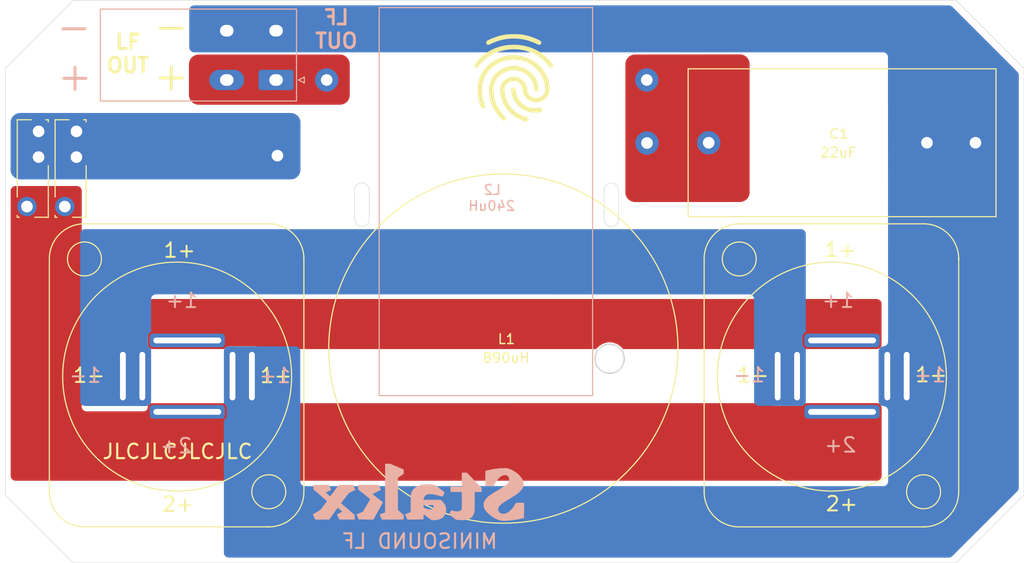
<source format=kicad_pcb>
(kicad_pcb (version 20171130) (host pcbnew "(5.1.9)-1")

  (general
    (thickness 1.6)
    (drawings 49)
    (tracks 0)
    (zones 0)
    (modules 10)
    (nets 8)
  )

  (page A4)
  (layers
    (0 F.Cu signal)
    (31 B.Cu signal)
    (32 B.Adhes user)
    (33 F.Adhes user)
    (34 B.Paste user)
    (35 F.Paste user)
    (36 B.SilkS user)
    (37 F.SilkS user)
    (38 B.Mask user)
    (39 F.Mask user)
    (40 Dwgs.User user hide)
    (41 Cmts.User user)
    (42 Eco1.User user)
    (43 Eco2.User user)
    (44 Edge.Cuts user)
    (45 Margin user)
    (46 B.CrtYd user)
    (47 F.CrtYd user)
    (48 B.Fab user)
    (49 F.Fab user)
  )

  (setup
    (last_trace_width 0.25)
    (trace_clearance 0.2)
    (zone_clearance 0.1)
    (zone_45_only no)
    (trace_min 0.2)
    (via_size 0.8)
    (via_drill 0.4)
    (via_min_size 0.4)
    (via_min_drill 0.3)
    (uvia_size 0.3)
    (uvia_drill 0.1)
    (uvias_allowed no)
    (uvia_min_size 0.2)
    (uvia_min_drill 0.1)
    (edge_width 0.05)
    (segment_width 0.2)
    (pcb_text_width 0.3)
    (pcb_text_size 1.5 1.5)
    (mod_edge_width 0.12)
    (mod_text_size 1 1)
    (mod_text_width 0.15)
    (pad_size 2.4 2.4)
    (pad_drill 1.2)
    (pad_to_mask_clearance 0)
    (aux_axis_origin 0 0)
    (visible_elements 7FFFFFFF)
    (pcbplotparams
      (layerselection 0x010fc_ffffffff)
      (usegerberextensions true)
      (usegerberattributes false)
      (usegerberadvancedattributes false)
      (creategerberjobfile false)
      (excludeedgelayer true)
      (linewidth 0.100000)
      (plotframeref false)
      (viasonmask false)
      (mode 1)
      (useauxorigin false)
      (hpglpennumber 1)
      (hpglpenspeed 20)
      (hpglpendiameter 15.000000)
      (psnegative false)
      (psa4output false)
      (plotreference true)
      (plotvalue false)
      (plotinvisibletext false)
      (padsonsilk false)
      (subtractmaskfromsilk true)
      (outputformat 1)
      (mirror false)
      (drillshape 0)
      (scaleselection 1)
      (outputdirectory "LF_gerbers/"))
  )

  (net 0 "")
  (net 1 "Net-(J1-Pad2+)")
  (net 2 "Net-(C1-Pad2)")
  (net 3 "Net-(J1-Pad1+)")
  (net 4 "Net-(J1-Pad1-)")
  (net 5 "Net-(C1-Pad1)")
  (net 6 "Net-(L1-Pad2)")
  (net 7 "Net-(J3-Pad1)")

  (net_class Default "This is the default net class."
    (clearance 0.2)
    (trace_width 0.25)
    (via_dia 0.8)
    (via_drill 0.4)
    (uvia_dia 0.3)
    (uvia_drill 0.1)
    (add_net "Net-(C1-Pad1)")
    (add_net "Net-(C1-Pad2)")
    (add_net "Net-(J1-Pad1+)")
    (add_net "Net-(J1-Pad1-)")
    (add_net "Net-(J1-Pad2+)")
    (add_net "Net-(J3-Pad1)")
    (add_net "Net-(L1-Pad2)")
  )

  (module SpeakON:NL4MP-M3_double_left (layer F.Cu) (tedit 60CB5D2D) (tstamp 60A1853C)
    (at 37.75 55.067)
    (path /60A12A4C)
    (fp_text reference J1 (at -0.14 14.713) (layer Dwgs.User)
      (effects (font (size 1 1) (thickness 0.15)))
    )
    (fp_text value SpeakON_NL4 (at 0 -10.16) (layer Dwgs.User)
      (effects (font (size 1 1) (thickness 0.15)))
    )
    (fp_line (start -9.6 19.1) (end 9.4 19.1) (layer F.Fab) (width 0.1))
    (fp_line (start 12.9 15.6) (end 12.9 -8.4) (layer F.Fab) (width 0.1))
    (fp_circle (center -9.6 -8.4) (end -7.85 -8.4) (layer F.Fab) (width 0.1))
    (fp_circle (center 9.4 15.6) (end 11.15 15.6) (layer F.SilkS) (width 0.12))
    (fp_line (start -13.22 15.72) (end -13.22 -8.52) (layer F.SilkS) (width 0.12))
    (fp_circle (center 9.4 15.6) (end 7.65 15.6) (layer F.Fab) (width 0.1))
    (fp_line (start -9.6 -11.9) (end 9.4 -11.9) (layer F.Fab) (width 0.1))
    (fp_line (start -9.72 -12.02) (end 9.52 -12.02) (layer F.SilkS) (width 0.12))
    (fp_line (start -13.6 19.6) (end -13.6 -12.4) (layer F.CrtYd) (width 0.05))
    (fp_line (start 13.02 15.72) (end 13.02 -8.52) (layer F.SilkS) (width 0.12))
    (fp_line (start -13.1 15.6) (end -13.1 -8.4) (layer F.Fab) (width 0.1))
    (fp_line (start -9.72 19.22) (end 9.52 19.22) (layer F.SilkS) (width 0.12))
    (fp_line (start -13.6 19.6) (end 13.4 19.6) (layer F.CrtYd) (width 0.05))
    (fp_circle (center -0.0492 3.727) (end 11.7508 3.727) (layer F.Fab) (width 0.1))
    (fp_line (start -13.6 -12.4) (end 13.4 -12.4) (layer F.CrtYd) (width 0.05))
    (fp_line (start 13.4 19.6) (end 13.4 -12.4) (layer F.CrtYd) (width 0.05))
    (fp_circle (center -0.0492 3.727) (end 11.7508 3.727) (layer F.SilkS) (width 0.12))
    (fp_circle (center -9.6 -8.4) (end -7.85 -8.4) (layer F.SilkS) (width 0.12))
    (fp_text user J1 (at 0 3.7) (layer Dwgs.User)
      (effects (font (size 1 1) (thickness 0.15)))
    )
    (fp_arc (start 9.4 -8.4) (end 9.52 -12.02) (angle 90) (layer F.SilkS) (width 0.12))
    (fp_arc (start -9.6 15.6) (end -9.72 19.22) (angle 90) (layer F.SilkS) (width 0.12))
    (fp_arc (start 9.4 -8.4) (end 9.4 -11.9) (angle 90) (layer F.Fab) (width 0.1))
    (fp_arc (start -9.6 -8.4) (end -13.22 -8.52) (angle 90) (layer F.SilkS) (width 0.12))
    (fp_arc (start -9.6 15.6) (end -9.6 19.1) (angle 90) (layer F.Fab) (width 0.1))
    (fp_arc (start 9.4 15.6) (end 13.02 15.72) (angle 90) (layer F.SilkS) (width 0.12))
    (fp_arc (start -9.6 -8.4) (end -13.1 -8.4) (angle 90) (layer F.Fab) (width 0.1))
    (fp_arc (start 9.4 15.6) (end 12.9 15.6) (angle 90) (layer F.Fab) (width 0.1))
    (pad 2- thru_hole roundrect (at 5.66 3.68 180) (size 3.4 5.75) (drill oval 0.6 5 (offset -1 0)) (layers *.Cu *.Mask) (roundrect_rratio 0.1)
      (net 2 "Net-(C1-Pad2)"))
    (pad 1- thru_hole roundrect (at -5.64 3.68 180) (size 3.4 5.75) (drill oval 0.6 5 (offset -1 0)) (layers *.Cu *.Mask) (roundrect_rratio 0.1)
      (net 4 "Net-(J1-Pad1-)"))
    (pad 1- thru_hole roundrect (at -3.6388 3.683 180) (size 1.4 5.75) (drill oval 0.6 5) (layers *.Cu *.Mask) (roundrect_rratio 0.25)
      (net 4 "Net-(J1-Pad1-)"))
    (pad 2- thru_hole roundrect (at 7.66 3.68 180) (size 1.4 5.75) (drill oval 0.6 5) (layers *.Cu *.Mask) (roundrect_rratio 0.25)
      (net 2 "Net-(C1-Pad2)"))
    (pad 1+ thru_hole roundrect (at 1 0 90) (size 1.4 7.75) (drill oval 0.6 7) (layers *.Cu *.Mask) (roundrect_rratio 0.25)
      (net 3 "Net-(J1-Pad1+)"))
    (pad 2+ thru_hole roundrect (at 1 7.366 270) (size 1.4 7.75) (drill oval 0.6 7) (layers *.Cu *.Mask) (roundrect_rratio 0.25)
      (net 1 "Net-(J1-Pad2+)"))
  )

  (module SpeakON:NL4MP-M3_double_left (layer F.Cu) (tedit 60CB5D2D) (tstamp 60CBC401)
    (at 105.25 55.07)
    (path /60A1999A)
    (fp_text reference J2 (at 0 17.78) (layer Dwgs.User)
      (effects (font (size 1 1) (thickness 0.15)))
    )
    (fp_text value SpeakON_NL4 (at 0 -10.16) (layer Dwgs.User)
      (effects (font (size 1 1) (thickness 0.15)))
    )
    (fp_line (start -9.6 19.1) (end 9.4 19.1) (layer F.Fab) (width 0.1))
    (fp_line (start 12.9 15.6) (end 12.9 -8.4) (layer F.Fab) (width 0.1))
    (fp_circle (center -9.6 -8.4) (end -7.85 -8.4) (layer F.Fab) (width 0.1))
    (fp_circle (center 9.4 15.6) (end 11.15 15.6) (layer F.SilkS) (width 0.12))
    (fp_line (start -13.22 15.72) (end -13.22 -8.52) (layer F.SilkS) (width 0.12))
    (fp_circle (center 9.4 15.6) (end 7.65 15.6) (layer F.Fab) (width 0.1))
    (fp_line (start -9.6 -11.9) (end 9.4 -11.9) (layer F.Fab) (width 0.1))
    (fp_line (start -9.72 -12.02) (end 9.52 -12.02) (layer F.SilkS) (width 0.12))
    (fp_line (start -13.6 19.6) (end -13.6 -12.4) (layer F.CrtYd) (width 0.05))
    (fp_line (start 13.02 15.72) (end 13.02 -8.52) (layer F.SilkS) (width 0.12))
    (fp_line (start -13.1 15.6) (end -13.1 -8.4) (layer F.Fab) (width 0.1))
    (fp_line (start -9.72 19.22) (end 9.52 19.22) (layer F.SilkS) (width 0.12))
    (fp_line (start -13.6 19.6) (end 13.4 19.6) (layer F.CrtYd) (width 0.05))
    (fp_circle (center -0.0492 3.727) (end 11.7508 3.727) (layer F.Fab) (width 0.1))
    (fp_line (start -13.6 -12.4) (end 13.4 -12.4) (layer F.CrtYd) (width 0.05))
    (fp_line (start 13.4 19.6) (end 13.4 -12.4) (layer F.CrtYd) (width 0.05))
    (fp_circle (center -0.0492 3.727) (end 11.7508 3.727) (layer F.SilkS) (width 0.12))
    (fp_circle (center -9.6 -8.4) (end -7.85 -8.4) (layer F.SilkS) (width 0.12))
    (fp_text user J1 (at 0 3.7) (layer Dwgs.User)
      (effects (font (size 1 1) (thickness 0.15)))
    )
    (fp_arc (start 9.4 -8.4) (end 9.52 -12.02) (angle 90) (layer F.SilkS) (width 0.12))
    (fp_arc (start -9.6 15.6) (end -9.72 19.22) (angle 90) (layer F.SilkS) (width 0.12))
    (fp_arc (start 9.4 -8.4) (end 9.4 -11.9) (angle 90) (layer F.Fab) (width 0.1))
    (fp_arc (start -9.6 -8.4) (end -13.22 -8.52) (angle 90) (layer F.SilkS) (width 0.12))
    (fp_arc (start -9.6 15.6) (end -9.6 19.1) (angle 90) (layer F.Fab) (width 0.1))
    (fp_arc (start 9.4 15.6) (end 13.02 15.72) (angle 90) (layer F.SilkS) (width 0.12))
    (fp_arc (start -9.6 -8.4) (end -13.1 -8.4) (angle 90) (layer F.Fab) (width 0.1))
    (fp_arc (start 9.4 15.6) (end 12.9 15.6) (angle 90) (layer F.Fab) (width 0.1))
    (pad 2- thru_hole roundrect (at 5.66 3.68 180) (size 3.4 5.75) (drill oval 0.6 5 (offset -1 0)) (layers *.Cu *.Mask) (roundrect_rratio 0.1)
      (net 2 "Net-(C1-Pad2)"))
    (pad 1- thru_hole roundrect (at -5.64 3.68 180) (size 3.4 5.75) (drill oval 0.6 5 (offset -1 0)) (layers *.Cu *.Mask) (roundrect_rratio 0.1)
      (net 4 "Net-(J1-Pad1-)"))
    (pad 1- thru_hole roundrect (at -3.6388 3.683 180) (size 1.4 5.75) (drill oval 0.6 5) (layers *.Cu *.Mask) (roundrect_rratio 0.25)
      (net 4 "Net-(J1-Pad1-)"))
    (pad 2- thru_hole roundrect (at 7.66 3.68 180) (size 1.4 5.75) (drill oval 0.6 5) (layers *.Cu *.Mask) (roundrect_rratio 0.25)
      (net 2 "Net-(C1-Pad2)"))
    (pad 1+ thru_hole roundrect (at 1 0 90) (size 1.4 7.75) (drill oval 0.6 7) (layers *.Cu *.Mask) (roundrect_rratio 0.25)
      (net 3 "Net-(J1-Pad1+)"))
    (pad 2+ thru_hole roundrect (at 1 7.366 270) (size 1.4 7.75) (drill oval 0.6 7) (layers *.Cu *.Mask) (roundrect_rratio 0.25)
      (net 1 "Net-(J1-Pad2+)"))
  )

  (module RES:ptc_7.2mm_larger (layer F.Cu) (tedit 60CB5893) (tstamp 60A8E106)
    (at 27.32 36.17 270)
    (path /60A11C70)
    (fp_text reference R2 (at 1.4 -1.86 90) (layer Dwgs.User)
      (effects (font (size 1 1) (thickness 0.15)))
    )
    (fp_text value 100mΩ (at 3.54 -2.06 90) (layer Dwgs.User)
      (effects (font (size 1 1) (thickness 0.15)))
    )
    (fp_line (start -4.01 2.35) (end 6.35 2.35) (layer F.CrtYd) (width 0.05))
    (fp_line (start 6.1 2.1) (end 6.1 -0.9) (layer F.Fab) (width 0.1))
    (fp_line (start 6.01 2.2) (end 6.2 2.2) (layer F.SilkS) (width 0.12))
    (fp_line (start 6.2 1.99) (end 6.2 2.2) (layer F.SilkS) (width 0.12))
    (fp_line (start -3.851 -1) (end -3.63 -1) (layer F.SilkS) (width 0.12))
    (fp_line (start -3.74 2.1) (end 6.1 2.1) (layer F.Fab) (width 0.1))
    (fp_line (start -3.85 2.2) (end 4.11 2.2) (layer F.SilkS) (width 0.12))
    (fp_line (start 6.35 -1.15) (end -4.01 -1.15) (layer F.CrtYd) (width 0.05))
    (fp_line (start 0.879 -1) (end 6.2 -1) (layer F.SilkS) (width 0.12))
    (fp_line (start 6.1 -0.9) (end -3.74 -0.9) (layer F.Fab) (width 0.1))
    (fp_line (start -3.74 -0.9) (end -3.74 2.1) (layer F.Fab) (width 0.1))
    (fp_line (start -4.01 -1.15) (end -4.01 2.35) (layer F.CrtYd) (width 0.05))
    (fp_line (start 6.2 -1) (end 6.2 0.39) (layer F.SilkS) (width 0.12))
    (fp_line (start 6.35 2.35) (end 6.35 -1.15) (layer F.CrtYd) (width 0.05))
    (fp_line (start -3.85 -1) (end -3.85 -0.75) (layer F.SilkS) (width 0.12))
    (fp_line (start -3.85 0.75) (end -3.85 2.2) (layer F.SilkS) (width 0.12))
    (pad 1 thru_hole circle (at 0 0 270) (size 2 2) (drill 1.2) (layers *.Cu *.Mask)
      (net 6 "Net-(L1-Pad2)"))
    (pad 2 thru_hole circle (at 5.1 1.2 270) (size 2 2) (drill 1.2) (layers *.Cu *.Mask)
      (net 1 "Net-(J1-Pad2+)"))
    (pad 1 thru_hole circle (at -2.65 0 270) (size 2 2) (drill 1.2) (layers *.Cu *.Mask)
      (net 6 "Net-(L1-Pad2)"))
  )

  (module RES:ptc_7.2mm_larger (layer F.Cu) (tedit 60CB5893) (tstamp 60CB9DAB)
    (at 23.42 36.17 270)
    (path /60A115E3)
    (fp_text reference R1 (at 1.4 -1.86 90) (layer Dwgs.User)
      (effects (font (size 1 1) (thickness 0.15)))
    )
    (fp_text value 100m (at 1.45 3.13 90) (layer F.Fab)
      (effects (font (size 1 1) (thickness 0.15)))
    )
    (fp_line (start -4.01 2.35) (end 6.35 2.35) (layer F.CrtYd) (width 0.05))
    (fp_line (start 6.1 2.1) (end 6.1 -0.9) (layer F.Fab) (width 0.1))
    (fp_line (start 6.01 2.2) (end 6.2 2.2) (layer F.SilkS) (width 0.12))
    (fp_line (start 6.2 1.99) (end 6.2 2.2) (layer F.SilkS) (width 0.12))
    (fp_line (start -3.851 -1) (end -3.63 -1) (layer F.SilkS) (width 0.12))
    (fp_line (start -3.74 2.1) (end 6.1 2.1) (layer F.Fab) (width 0.1))
    (fp_line (start -3.85 2.2) (end 4.11 2.2) (layer F.SilkS) (width 0.12))
    (fp_line (start 6.35 -1.15) (end -4.01 -1.15) (layer F.CrtYd) (width 0.05))
    (fp_line (start 0.879 -1) (end 6.2 -1) (layer F.SilkS) (width 0.12))
    (fp_line (start 6.1 -0.9) (end -3.74 -0.9) (layer F.Fab) (width 0.1))
    (fp_line (start -3.74 -0.9) (end -3.74 2.1) (layer F.Fab) (width 0.1))
    (fp_line (start -4.01 -1.15) (end -4.01 2.35) (layer F.CrtYd) (width 0.05))
    (fp_line (start 6.2 -1) (end 6.2 0.39) (layer F.SilkS) (width 0.12))
    (fp_line (start 6.35 2.35) (end 6.35 -1.15) (layer F.CrtYd) (width 0.05))
    (fp_line (start -3.85 -1) (end -3.85 -0.75) (layer F.SilkS) (width 0.12))
    (fp_line (start -3.85 0.75) (end -3.85 2.2) (layer F.SilkS) (width 0.12))
    (pad 1 thru_hole circle (at 0 0 270) (size 2 2) (drill 1.2) (layers *.Cu *.Mask)
      (net 6 "Net-(L1-Pad2)"))
    (pad 2 thru_hole circle (at 5.1 1.2 270) (size 2 2) (drill 1.2) (layers *.Cu *.Mask)
      (net 1 "Net-(J1-Pad2+)"))
    (pad 1 thru_hole circle (at -2.65 0 270) (size 2 2) (drill 1.2) (layers *.Cu *.Mask)
      (net 6 "Net-(L1-Pad2)"))
  )

  (module PassiveFilters:fp02 (layer F.Cu) (tedit 0) (tstamp 60A9E3CF)
    (at 72.4 28)
    (fp_text reference G*** (at 0 0) (layer Dwgs.User) hide
      (effects (font (size 1.524 1.524) (thickness 0.3)))
    )
    (fp_text value LOGO (at 0.75 0) (layer Dwgs.User) hide
      (effects (font (size 1.524 1.524) (thickness 0.3)))
    )
    (fp_poly (pts (xy 0.444986 -2.312179) (xy 0.842458 -2.244482) (xy 1.058334 -2.190366) (xy 1.423148 -2.067288)
      (xy 1.769648 -1.908373) (xy 2.095496 -1.716077) (xy 2.398355 -1.492856) (xy 2.675886 -1.241168)
      (xy 2.925751 -0.963469) (xy 3.145612 -0.662216) (xy 3.333131 -0.339865) (xy 3.48597 0.001126)
      (xy 3.601791 0.358302) (xy 3.641207 0.523636) (xy 3.666804 0.671808) (xy 3.685431 0.836284)
      (xy 3.696726 1.006479) (xy 3.700323 1.171807) (xy 3.695862 1.321683) (xy 3.682977 1.445522)
      (xy 3.674354 1.489852) (xy 3.609604 1.680142) (xy 3.509238 1.866305) (xy 3.379771 2.040082)
      (xy 3.227717 2.193212) (xy 3.059591 2.317437) (xy 2.99086 2.356377) (xy 2.764319 2.451327)
      (xy 2.532305 2.506409) (xy 2.299118 2.522704) (xy 2.069057 2.501291) (xy 1.846424 2.443248)
      (xy 1.635517 2.349654) (xy 1.440638 2.22159) (xy 1.266085 2.060134) (xy 1.131673 1.889762)
      (xy 1.040325 1.726615) (xy 0.976272 1.544833) (xy 0.936955 1.33658) (xy 0.930055 1.27274)
      (xy 0.911957 1.114622) (xy 0.888617 0.988941) (xy 0.857005 0.885859) (xy 0.814088 0.795535)
      (xy 0.756833 0.70813) (xy 0.755496 0.706311) (xy 0.625924 0.564808) (xy 0.471121 0.453967)
      (xy 0.297312 0.376117) (xy 0.110719 0.333583) (xy -0.082437 0.328695) (xy -0.206691 0.346411)
      (xy -0.401389 0.406871) (xy -0.571203 0.499475) (xy -0.713432 0.621596) (xy -0.825373 0.770605)
      (xy -0.904325 0.943875) (xy -0.933728 1.053442) (xy -0.945349 1.125154) (xy -0.950007 1.201557)
      (xy -0.947771 1.294234) (xy -0.93871 1.414769) (xy -0.936043 1.443685) (xy -0.883525 1.796116)
      (xy -0.794074 2.128154) (xy -0.667159 2.440885) (xy -0.502247 2.7354) (xy -0.298808 3.012785)
      (xy -0.056309 3.274128) (xy -0.028392 3.300842) (xy 0.203787 3.501917) (xy 0.444746 3.671864)
      (xy 0.703299 3.815847) (xy 0.988261 3.939028) (xy 1.171978 4.003917) (xy 1.271756 4.037833)
      (xy 1.358387 4.069421) (xy 1.42303 4.09531) (xy 1.456844 4.112129) (xy 1.457956 4.112984)
      (xy 1.486508 4.149079) (xy 1.515434 4.203311) (xy 1.517738 4.20869) (xy 1.533316 4.296973)
      (xy 1.511317 4.384033) (xy 1.455107 4.457884) (xy 1.44553 4.465836) (xy 1.393816 4.494082)
      (xy 1.328296 4.50491) (xy 1.243123 4.497799) (xy 1.132455 4.472225) (xy 0.990446 4.427664)
      (xy 0.980323 4.424212) (xy 0.665251 4.303158) (xy 0.379647 4.16419) (xy 0.112271 4.001)
      (xy -0.148118 3.807284) (xy -0.209 3.757079) (xy -0.481651 3.501489) (xy -0.722526 3.219893)
      (xy -0.929565 2.915304) (xy -1.100706 2.590735) (xy -1.227971 2.26721) (xy -1.284734 2.087384)
      (xy -1.32632 1.931345) (xy -1.355387 1.784486) (xy -1.374594 1.632203) (xy -1.386599 1.459888)
      (xy -1.390215 1.375834) (xy -1.394353 1.209202) (xy -1.391813 1.074803) (xy -1.380953 0.962834)
      (xy -1.360132 0.863494) (xy -1.327709 0.766983) (xy -1.282041 0.6635) (xy -1.265087 0.628773)
      (xy -1.148954 0.440885) (xy -0.999119 0.272421) (xy -0.821489 0.127864) (xy -0.62197 0.011698)
      (xy -0.406469 -0.071595) (xy -0.309602 -0.096353) (xy -0.076265 -0.126073) (xy 0.156206 -0.116289)
      (xy 0.382788 -0.069237) (xy 0.598461 0.012846) (xy 0.798205 0.127726) (xy 0.976997 0.273165)
      (xy 1.129819 0.446928) (xy 1.218656 0.584226) (xy 1.272977 0.699904) (xy 1.319995 0.835354)
      (xy 1.355163 0.974339) (xy 1.373933 1.100626) (xy 1.375834 1.145344) (xy 1.395432 1.337233)
      (xy 1.451392 1.513934) (xy 1.53946 1.672198) (xy 1.655382 1.808777) (xy 1.794906 1.920422)
      (xy 1.953777 2.003885) (xy 2.127743 2.055916) (xy 2.31255 2.073266) (xy 2.503944 2.052689)
      (xy 2.549704 2.041923) (xy 2.74423 1.971815) (xy 2.909874 1.871692) (xy 3.044905 1.744016)
      (xy 3.147592 1.591254) (xy 3.216205 1.415869) (xy 3.249012 1.220326) (xy 3.248065 1.04775)
      (xy 3.201363 0.682902) (xy 3.118789 0.340017) (xy 2.99956 0.017374) (xy 2.842892 -0.286748)
      (xy 2.648002 -0.574069) (xy 2.414105 -0.846312) (xy 2.360804 -0.90088) (xy 2.263136 -0.995095)
      (xy 2.158429 -1.089938) (xy 2.057741 -1.175759) (xy 1.97213 -1.242908) (xy 1.953706 -1.256117)
      (xy 1.630339 -1.456616) (xy 1.291396 -1.618776) (xy 0.939915 -1.742151) (xy 0.578934 -1.826299)
      (xy 0.211492 -1.870774) (xy -0.159373 -1.875131) (xy -0.530624 -1.838928) (xy -0.899221 -1.761719)
      (xy -1.097527 -1.702344) (xy -1.439583 -1.56838) (xy -1.758649 -1.402421) (xy -2.052711 -1.206746)
      (xy -2.319756 -0.983633) (xy -2.557768 -0.735362) (xy -2.764734 -0.464212) (xy -2.938639 -0.172463)
      (xy -3.077469 0.137608) (xy -3.179211 0.463721) (xy -3.228668 0.709084) (xy -3.243968 0.846296)
      (xy -3.253021 1.014008) (xy -3.256022 1.200879) (xy -3.25317 1.395569) (xy -3.244659 1.586737)
      (xy -3.230687 1.763044) (xy -3.211449 1.913147) (xy -3.207399 1.93675) (xy -3.174624 2.097938)
      (xy -3.131641 2.279092) (xy -3.082746 2.463793) (xy -3.032233 2.63562) (xy -2.995022 2.748587)
      (xy -2.967207 2.833074) (xy -2.954154 2.891315) (xy -2.954122 2.936049) (xy -2.963954 2.975798)
      (xy -3.009725 3.057474) (xy -3.077927 3.110912) (xy -3.158853 3.133426) (xy -3.242796 3.122329)
      (xy -3.320051 3.074937) (xy -3.320559 3.074459) (xy -3.368298 3.010274) (xy -3.41767 2.909165)
      (xy -3.467365 2.776438) (xy -3.51607 2.617401) (xy -3.562473 2.437359) (xy -3.605263 2.24162)
      (xy -3.643129 2.035489) (xy -3.674759 1.824275) (xy -3.698841 1.613282) (xy -3.707764 1.507869)
      (xy -3.718343 1.107014) (xy -3.689725 0.721847) (xy -3.621996 0.352613) (xy -3.515243 -0.00044)
      (xy -3.369553 -0.337063) (xy -3.185013 -0.657011) (xy -2.961709 -0.960036) (xy -2.763481 -1.181599)
      (xy -2.471341 -1.453538) (xy -2.156973 -1.690519) (xy -1.823007 -1.891845) (xy -1.472074 -2.056824)
      (xy -1.106807 -2.184759) (xy -0.729836 -2.274957) (xy -0.343792 -2.326722) (xy 0.048692 -2.339361)
      (xy 0.444986 -2.312179)) (layer F.SilkS) (width 0.01))
    (fp_poly (pts (xy 0.230674 -1.219745) (xy 0.39034 -1.205149) (xy 0.450637 -1.1961) (xy 0.767212 -1.120586)
      (xy 1.070288 -1.007927) (xy 1.355461 -0.860569) (xy 1.618328 -0.680958) (xy 1.854482 -0.47154)
      (xy 1.959621 -0.358199) (xy 2.15649 -0.102083) (xy 2.31342 0.167345) (xy 2.431242 0.451995)
      (xy 2.510785 0.753779) (xy 2.545608 0.990398) (xy 2.555685 1.096324) (xy 2.560179 1.169858)
      (xy 2.558662 1.220626) (xy 2.550704 1.258253) (xy 2.535876 1.292366) (xy 2.531793 1.300087)
      (xy 2.470737 1.375573) (xy 2.392523 1.417705) (xy 2.306503 1.42496) (xy 2.222029 1.395817)
      (xy 2.174045 1.358315) (xy 2.144268 1.325649) (xy 2.124417 1.292217) (xy 2.111429 1.247583)
      (xy 2.10224 1.181312) (xy 2.093991 1.085617) (xy 2.082789 0.975972) (xy 2.066876 0.863783)
      (xy 2.049064 0.767924) (xy 2.042465 0.740025) (xy 1.953585 0.478104) (xy 1.828997 0.234433)
      (xy 1.672224 0.011354) (xy 1.486789 -0.18879) (xy 1.276215 -0.363657) (xy 1.044027 -0.510902)
      (xy 0.793746 -0.628185) (xy 0.528896 -0.713162) (xy 0.253 -0.76349) (xy -0.030419 -0.776828)
      (xy -0.219767 -0.764242) (xy -0.523663 -0.711996) (xy -0.803432 -0.625717) (xy -1.061762 -0.504128)
      (xy -1.301342 -0.34595) (xy -1.524861 -0.149909) (xy -1.53527 -0.139486) (xy -1.722402 0.074493)
      (xy -1.870342 0.301081) (xy -1.980166 0.542955) (xy -2.052951 0.802796) (xy -2.089775 1.083284)
      (xy -2.095087 1.253233) (xy -2.07552 1.640938) (xy -2.017693 2.014831) (xy -1.921035 2.376251)
      (xy -1.784971 2.726539) (xy -1.608931 3.067036) (xy -1.392342 3.399083) (xy -1.134631 3.72402)
      (xy -0.95704 3.919262) (xy -0.870717 4.015903) (xy -0.81565 4.094745) (xy -0.788819 4.162836)
      (xy -0.787204 4.227224) (xy -0.802095 4.280949) (xy -0.842867 4.339241) (xy -0.90858 4.389082)
      (xy -0.98195 4.419001) (xy -1.016 4.422907) (xy -1.074278 4.41203) (xy -1.126105 4.391094)
      (xy -1.167087 4.359865) (xy -1.228845 4.301482) (xy -1.305939 4.222031) (xy -1.392928 4.127597)
      (xy -1.484374 4.024265) (xy -1.574837 3.918123) (xy -1.658877 3.815254) (xy -1.731054 3.721746)
      (xy -1.7596 3.68238) (xy -1.974932 3.35008) (xy -2.158079 3.010221) (xy -2.305902 2.669139)
      (xy -2.399043 2.391302) (xy -2.451751 2.180102) (xy -2.494953 1.948793) (xy -2.527592 1.708104)
      (xy -2.54861 1.468764) (xy -2.556949 1.241503) (xy -2.55155 1.037048) (xy -2.542333 0.938132)
      (xy -2.483651 0.630448) (xy -2.386864 0.337318) (xy -2.254463 0.06128) (xy -2.088936 -0.195125)
      (xy -1.892771 -0.429359) (xy -1.668459 -0.638881) (xy -1.418487 -0.821152) (xy -1.145346 -0.973632)
      (xy -0.851523 -1.093782) (xy -0.539507 -1.179062) (xy -0.450637 -1.1961) (xy -0.304443 -1.214315)
      (xy -0.131983 -1.224328) (xy 0.051477 -1.226138) (xy 0.230674 -1.219745)) (layer F.SilkS) (width 0.01))
    (fp_poly (pts (xy 0.06952 0.998613) (xy 0.099243 1.014978) (xy 0.155173 1.067324) (xy 0.191168 1.146551)
      (xy 0.20893 1.257529) (xy 0.211549 1.336078) (xy 0.221605 1.454506) (xy 0.249235 1.596799)
      (xy 0.290934 1.75011) (xy 0.3432 1.901591) (xy 0.402529 2.038394) (xy 0.403739 2.040842)
      (xy 0.540581 2.272344) (xy 0.709864 2.484199) (xy 0.906264 2.671952) (xy 1.124456 2.831152)
      (xy 1.359115 2.957344) (xy 1.604915 3.046074) (xy 1.606065 3.046389) (xy 1.887727 3.102792)
      (xy 2.183062 3.122747) (xy 2.447783 3.109557) (xy 2.574957 3.096675) (xy 2.667663 3.088933)
      (xy 2.733458 3.086388) (xy 2.779902 3.089094) (xy 2.814552 3.097106) (xy 2.844967 3.110482)
      (xy 2.848787 3.112501) (xy 2.895297 3.154846) (xy 2.936106 3.220178) (xy 2.96049 3.289449)
      (xy 2.963254 3.315782) (xy 2.947396 3.375453) (xy 2.908159 3.440661) (xy 2.857734 3.493996)
      (xy 2.824265 3.514231) (xy 2.730734 3.53981) (xy 2.60422 3.559846) (xy 2.453786 3.573711)
      (xy 2.288495 3.58078) (xy 2.117412 3.580424) (xy 1.9685 3.573419) (xy 1.663562 3.531434)
      (xy 1.371272 3.451255) (xy 1.094379 3.335655) (xy 0.835634 3.187404) (xy 0.597785 3.009274)
      (xy 0.383583 2.804035) (xy 0.195778 2.57446) (xy 0.037118 2.32332) (xy -0.089647 2.053385)
      (xy -0.181766 1.767428) (xy -0.23649 1.46822) (xy -0.247631 1.339807) (xy -0.260263 1.123864)
      (xy -0.185165 1.048765) (xy -0.104523 0.990129) (xy -0.020445 0.973508) (xy 0.06952 0.998613)) (layer F.SilkS) (width 0.01))
    (fp_poly (pts (xy 0.355997 -3.399779) (xy 0.540932 -3.387628) (xy 0.635 -3.377359) (xy 1.104571 -3.296749)
      (xy 1.551047 -3.180746) (xy 1.974764 -3.029215) (xy 2.376057 -2.842022) (xy 2.755259 -2.619033)
      (xy 3.051188 -2.408427) (xy 3.187896 -2.297506) (xy 3.326835 -2.174974) (xy 3.464211 -2.045067)
      (xy 3.596235 -1.912017) (xy 3.719113 -1.78006) (xy 3.829054 -1.65343) (xy 3.922267 -1.53636)
      (xy 3.99496 -1.433086) (xy 4.04334 -1.347842) (xy 4.063617 -1.284861) (xy 4.064 -1.277405)
      (xy 4.045479 -1.193648) (xy 3.997218 -1.117042) (xy 3.937693 -1.069275) (xy 3.869079 -1.042001)
      (xy 3.806737 -1.038262) (xy 3.745076 -1.060976) (xy 3.678507 -1.113065) (xy 3.601439 -1.197449)
      (xy 3.537427 -1.278377) (xy 3.408303 -1.436047) (xy 3.255518 -1.60374) (xy 3.091262 -1.768967)
      (xy 2.927727 -1.919237) (xy 2.839532 -1.993391) (xy 2.507372 -2.234827) (xy 2.152793 -2.442208)
      (xy 1.779037 -2.61515) (xy 1.389344 -2.753268) (xy 0.986958 -2.856179) (xy 0.575117 -2.923497)
      (xy 0.157065 -2.954839) (xy -0.263958 -2.949821) (xy -0.684711 -2.908057) (xy -1.101952 -2.829163)
      (xy -1.51244 -2.712755) (xy -1.912934 -2.55845) (xy -1.915583 -2.557284) (xy -2.247995 -2.390467)
      (xy -2.572343 -2.188019) (xy -2.881103 -1.955803) (xy -3.166751 -1.699684) (xy -3.421761 -1.425525)
      (xy -3.513666 -1.311911) (xy -3.593042 -1.210137) (xy -3.652483 -1.137209) (xy -3.697744 -1.088324)
      (xy -3.734579 -1.058681) (xy -3.768743 -1.043477) (xy -3.80599 -1.037909) (xy -3.842879 -1.037166)
      (xy -3.911913 -1.042415) (xy -3.960442 -1.063962) (xy -4.002591 -1.102905) (xy -4.041904 -1.154567)
      (xy -4.062248 -1.208834) (xy -4.061946 -1.269555) (xy -4.039323 -1.340577) (xy -3.992704 -1.425748)
      (xy -3.920413 -1.528916) (xy -3.820776 -1.653928) (xy -3.702003 -1.793281) (xy -3.398768 -2.110139)
      (xy -3.069119 -2.394017) (xy -2.713442 -2.644704) (xy -2.332126 -2.861987) (xy -1.925556 -3.045656)
      (xy -1.494119 -3.1955) (xy -1.038201 -3.311308) (xy -0.85725 -3.346591) (xy -0.696898 -3.36935)
      (xy -0.505352 -3.386849) (xy -0.29345 -3.398865) (xy -0.072033 -3.405174) (xy 0.148063 -3.405553)
      (xy 0.355997 -3.399779)) (layer F.SilkS) (width 0.01))
    (fp_poly (pts (xy 0.207835 -4.495899) (xy 0.359011 -4.494816) (xy 0.481535 -4.492693) (xy 0.582246 -4.489123)
      (xy 0.667984 -4.483701) (xy 0.745591 -4.476019) (xy 0.821905 -4.465673) (xy 0.903768 -4.452257)
      (xy 0.973667 -4.439799) (xy 1.363013 -4.355582) (xy 1.74374 -4.244707) (xy 2.12725 -4.104335)
      (xy 2.328033 -4.021808) (xy 2.491277 -3.949537) (xy 2.61991 -3.88535) (xy 2.716862 -3.827077)
      (xy 2.785059 -3.772544) (xy 2.827433 -3.71958) (xy 2.846909 -3.666014) (xy 2.846419 -3.609672)
      (xy 2.838699 -3.576715) (xy 2.795034 -3.491064) (xy 2.727721 -3.432544) (xy 2.6452 -3.408138)
      (xy 2.634593 -3.407833) (xy 2.587046 -3.416881) (xy 2.511852 -3.441615) (xy 2.419044 -3.478417)
      (xy 2.335823 -3.515538) (xy 2.217096 -3.569801) (xy 2.084776 -3.628074) (xy 1.958734 -3.681692)
      (xy 1.894417 -3.708014) (xy 1.477041 -3.852695) (xy 1.04565 -3.959198) (xy 0.60416 -4.027696)
      (xy 0.156488 -4.058359) (xy -0.293449 -4.051357) (xy -0.741734 -4.006862) (xy -1.184451 -3.925043)
      (xy -1.617682 -3.806072) (xy -2.037511 -3.65012) (xy -2.309973 -3.524717) (xy -2.440212 -3.463205)
      (xy -2.541652 -3.4245) (xy -2.620666 -3.407846) (xy -2.683627 -3.412489) (xy -2.736906 -3.437674)
      (xy -2.774461 -3.469705) (xy -2.826875 -3.549569) (xy -2.841743 -3.640889) (xy -2.818151 -3.733897)
      (xy -2.801968 -3.762986) (xy -2.762173 -3.800774) (xy -2.687424 -3.848689) (xy -2.583234 -3.904427)
      (xy -2.455116 -3.965687) (xy -2.308582 -4.030164) (xy -2.149147 -4.095558) (xy -1.982323 -4.159564)
      (xy -1.813624 -4.21988) (xy -1.648562 -4.274204) (xy -1.492651 -4.320233) (xy -1.424905 -4.338143)
      (xy -1.246987 -4.381846) (xy -1.089848 -4.416888) (xy -0.945176 -4.44418) (xy -0.804662 -4.46463)
      (xy -0.659996 -4.479148) (xy -0.502867 -4.488643) (xy -0.324965 -4.494024) (xy -0.117981 -4.4962)
      (xy 0.021167 -4.496348) (xy 0.207835 -4.495899)) (layer F.SilkS) (width 0.01))
  )

  (module PassiveFilters:stakx_small_fp (layer B.Cu) (tedit 0) (tstamp 60A9DD82)
    (at 62.71 70.71 180)
    (fp_text reference G*** (at 0 0) (layer Dwgs.User) hide
      (effects (font (size 1.524 1.524) (thickness 0.3)))
    )
    (fp_text value LOGO (at 0.75 0) (layer Dwgs.User) hide
      (effects (font (size 1.524 1.524) (thickness 0.3)))
    )
    (fp_poly (pts (xy 7.617249 0.744432) (xy 8.344904 0.738629) (xy 8.786124 0.149365) (xy 8.891539 0.008994)
      (xy 8.988581 -0.119436) (xy 9.074103 -0.23182) (xy 9.144956 -0.324052) (xy 9.197992 -0.392027)
      (xy 9.230061 -0.431641) (xy 9.238368 -0.440299) (xy 9.257612 -0.426218) (xy 9.302686 -0.387338)
      (xy 9.367388 -0.32917) (xy 9.445519 -0.257222) (xy 9.467958 -0.236293) (xy 9.686523 -0.031886)
      (xy 9.407324 0.097985) (xy 9.306764 0.14524) (xy 9.222293 0.185847) (xy 9.161097 0.216281)
      (xy 9.13036 0.233016) (xy 9.128125 0.234953) (xy 9.137384 0.256212) (xy 9.162695 0.309266)
      (xy 9.200363 0.386484) (xy 9.246693 0.480231) (xy 9.254461 0.495851) (xy 9.380797 0.749653)
      (xy 10.95816 0.749653) (xy 10.95816 0.291545) (xy 10.743186 0.106173) (xy 10.667535 0.040942)
      (xy 10.565577 -0.046968) (xy 10.444405 -0.151443) (xy 10.311112 -0.266366) (xy 10.17279 -0.385623)
      (xy 10.05005 -0.491444) (xy 9.926824 -0.597946) (xy 9.814654 -0.695394) (xy 9.717852 -0.780005)
      (xy 9.640728 -0.847992) (xy 9.587592 -0.89557) (xy 9.562755 -0.918955) (xy 9.561571 -0.920381)
      (xy 9.571732 -0.941576) (xy 9.605636 -0.99279) (xy 9.659874 -1.069301) (xy 9.731034 -1.166383)
      (xy 9.815705 -1.279313) (xy 9.907951 -1.40009) (xy 10.264646 -1.863107) (xy 10.627896 -2.067042)
      (xy 10.742851 -2.131359) (xy 10.844879 -2.188025) (xy 10.927649 -2.233557) (xy 10.984826 -2.264472)
      (xy 11.01008 -2.277286) (xy 11.010239 -2.277342) (xy 11.007909 -2.298134) (xy 10.988304 -2.35077)
      (xy 10.954486 -2.427964) (xy 10.909519 -2.522433) (xy 10.894357 -2.552964) (xy 10.759383 -2.822222)
      (xy 9.328488 -2.822222) (xy 8.896019 -2.215885) (xy 8.793123 -2.072229) (xy 8.698099 -1.940722)
      (xy 8.61401 -1.825518) (xy 8.543921 -1.730766) (xy 8.490897 -1.660618) (xy 8.458001 -1.619225)
      (xy 8.448405 -1.609548) (xy 8.428289 -1.623317) (xy 8.382816 -1.660385) (xy 8.319266 -1.7144)
      (xy 8.244918 -1.779007) (xy 8.167053 -1.847851) (xy 8.09295 -1.914579) (xy 8.029888 -1.972835)
      (xy 8.004971 -1.996609) (xy 7.997037 -2.011128) (xy 8.00623 -2.028224) (xy 8.037654 -2.051251)
      (xy 8.096413 -2.083563) (xy 8.187611 -2.128515) (xy 8.253018 -2.159639) (xy 8.35362 -2.207952)
      (xy 8.43817 -2.250012) (xy 8.499509 -2.282146) (xy 8.530475 -2.300677) (xy 8.532813 -2.303249)
      (xy 8.523527 -2.32617) (xy 8.498146 -2.380696) (xy 8.460382 -2.459034) (xy 8.413947 -2.553392)
      (xy 8.406477 -2.56842) (xy 8.280141 -2.822222) (xy 6.702778 -2.822222) (xy 6.702778 -2.362108)
      (xy 7.094141 -2.023035) (xy 7.230552 -1.904928) (xy 7.379375 -1.776207) (xy 7.529472 -1.646496)
      (xy 7.669704 -1.525422) (xy 7.788934 -1.422607) (xy 7.799785 -1.41326) (xy 8.114065 -1.142558)
      (xy 8.072012 -1.083909) (xy 8.047535 -1.05105) (xy 8.000155 -0.988571) (xy 7.933913 -0.901758)
      (xy 7.85285 -0.795898) (xy 7.761009 -0.676277) (xy 7.668268 -0.555762) (xy 7.306578 -0.086264)
      (xy 6.977117 0.068953) (xy 6.866864 0.121098) (xy 6.771473 0.166598) (xy 6.697699 0.202201)
      (xy 6.652303 0.22465) (xy 6.641004 0.230818) (xy 6.647763 0.251852) (xy 6.670974 0.304678)
      (xy 6.707166 0.381746) (xy 6.752868 0.475509) (xy 6.761972 0.493851) (xy 6.889593 0.750235)
      (xy 7.617249 0.744432)) (layer B.SilkS) (width 0.01))
    (fp_poly (pts (xy 6.348286 0.512631) (xy 6.346571 0.275608) (xy 5.721652 -0.219697) (xy 5.557539 -0.350018)
      (xy 5.425023 -0.456008) (xy 5.320958 -0.540495) (xy 5.242198 -0.606303) (xy 5.185598 -0.65626)
      (xy 5.14801 -0.693191) (xy 5.12629 -0.719923) (xy 5.11729 -0.739282) (xy 5.117866 -0.754094)
      (xy 5.120336 -0.759888) (xy 5.136835 -0.789187) (xy 5.172251 -0.850733) (xy 5.223204 -0.938732)
      (xy 5.286312 -1.047388) (xy 5.358192 -1.170907) (xy 5.435464 -1.303493) (xy 5.514744 -1.439351)
      (xy 5.592652 -1.572687) (xy 5.665805 -1.697704) (xy 5.730822 -1.808607) (xy 5.784321 -1.899602)
      (xy 5.82292 -1.964894) (xy 5.843237 -1.998687) (xy 5.843472 -1.999063) (xy 5.873561 -2.021979)
      (xy 5.938893 -2.055866) (xy 6.032905 -2.097673) (xy 6.149033 -2.14435) (xy 6.187573 -2.158985)
      (xy 6.298281 -2.201344) (xy 6.393778 -2.239516) (xy 6.46666 -2.270414) (xy 6.509523 -2.290948)
      (xy 6.517583 -2.296644) (xy 6.512276 -2.322035) (xy 6.489698 -2.378303) (xy 6.453362 -2.457431)
      (xy 6.406782 -2.551404) (xy 6.400821 -2.563005) (xy 6.27283 -2.811198) (xy 5.519795 -2.816997)
      (xy 4.766759 -2.822796) (xy 4.468312 -2.276806) (xy 4.37818 -2.112051) (xy 4.283416 -1.939075)
      (xy 4.189472 -1.767808) (xy 4.101795 -1.60818) (xy 4.025837 -1.470121) (xy 3.981139 -1.389062)
      (xy 3.792412 -1.047309) (xy 3.85302 -0.996939) (xy 3.886143 -0.970525) (xy 3.949113 -0.921335)
      (xy 4.036748 -0.853378) (xy 4.143864 -0.770662) (xy 4.26528 -0.677197) (xy 4.395813 -0.576992)
      (xy 4.405334 -0.569693) (xy 4.89704 -0.192818) (xy 4.680942 -0.089995) (xy 4.559251 -0.032656)
      (xy 4.421086 0.031583) (xy 4.290081 0.091755) (xy 4.247378 0.111145) (xy 4.157733 0.15348)
      (xy 4.084093 0.191659) (xy 4.035243 0.220916) (xy 4.019963 0.234566) (xy 4.025549 0.262888)
      (xy 4.048029 0.321862) (xy 4.083877 0.403055) (xy 4.129567 0.498034) (xy 4.132883 0.504662)
      (xy 4.255751 0.749653) (xy 6.35 0.749653) (xy 6.348286 0.512631)) (layer B.SilkS) (width 0.01))
    (fp_poly (pts (xy 3.319897 2.927739) (xy 3.560851 2.921441) (xy 3.566456 0.406373) (xy 3.572061 -2.108696)
      (xy 3.842064 -2.192193) (xy 3.945321 -2.224953) (xy 4.033275 -2.254417) (xy 4.097302 -2.277582)
      (xy 4.12878 -2.29145) (xy 4.129988 -2.292372) (xy 4.127407 -2.317204) (xy 4.107618 -2.373279)
      (xy 4.073782 -2.45273) (xy 4.029059 -2.547688) (xy 4.020188 -2.565638) (xy 3.892468 -2.822222)
      (xy 2.783389 -2.822222) (xy 2.526047 -2.822032) (xy 2.30958 -2.821407) (xy 2.130767 -2.820262)
      (xy 1.986387 -2.818514) (xy 1.873219 -2.816079) (xy 1.788043 -2.812872) (xy 1.727637 -2.80881)
      (xy 1.688781 -2.803808) (xy 1.668253 -2.797783) (xy 1.6631 -2.793007) (xy 1.658837 -2.759143)
      (xy 1.656762 -2.692747) (xy 1.657111 -2.60534) (xy 1.65828 -2.55697) (xy 1.664671 -2.350147)
      (xy 2.247159 -1.841059) (xy 2.248959 1.494381) (xy 1.950582 1.686781) (xy 1.652206 1.879181)
      (xy 1.658438 2.110005) (xy 1.664671 2.34083) (xy 2.105643 2.52727) (xy 2.257034 2.591157)
      (xy 2.414702 2.657486) (xy 2.567042 2.721388) (xy 2.702449 2.777995) (xy 2.809321 2.822442)
      (xy 2.812779 2.823873) (xy 3.078942 2.934037) (xy 3.319897 2.927739)) (layer B.SilkS) (width 0.01))
    (fp_poly (pts (xy -0.486934 0.803824) (xy -0.332493 0.78606) (xy -0.327102 0.785186) (xy -0.050917 0.722837)
      (xy 0.193126 0.632067) (xy 0.404346 0.513385) (xy 0.582058 0.367301) (xy 0.725582 0.194323)
      (xy 0.834232 -0.00504) (xy 0.873892 -0.110243) (xy 0.883933 -0.145009) (xy 0.892326 -0.185643)
      (xy 0.899294 -0.236606) (xy 0.905058 -0.302358) (xy 0.90984 -0.387358) (xy 0.913862 -0.496068)
      (xy 0.917347 -0.632948) (xy 0.920514 -0.802458) (xy 0.923588 -1.009058) (xy 0.925385 -1.145318)
      (xy 0.937066 -2.059127) (xy 1.168577 -2.152829) (xy 1.268268 -2.192963) (xy 1.358555 -2.228924)
      (xy 1.428192 -2.256255) (xy 1.461355 -2.268867) (xy 1.522623 -2.291203) (xy 1.389393 -2.556981)
      (xy 1.256163 -2.822758) (xy 0.435156 -2.816978) (xy -0.38585 -2.811198) (xy -0.389725 -2.55009)
      (xy -0.392101 -2.447369) (xy -0.395689 -2.361749) (xy -0.4 -2.302288) (xy -0.404452 -2.278128)
      (xy -0.424201 -2.287845) (xy -0.473156 -2.321201) (xy -0.546052 -2.374338) (xy -0.637623 -2.443393)
      (xy -0.742606 -2.524507) (xy -0.773894 -2.549016) (xy -0.90644 -2.651889) (xy -1.010918 -2.729721)
      (xy -1.092785 -2.78612) (xy -1.157498 -2.824695) (xy -1.210513 -2.849053) (xy -1.243529 -2.859563)
      (xy -1.385806 -2.881387) (xy -1.560247 -2.88254) (xy -1.760044 -2.86298) (xy -1.761538 -2.862767)
      (xy -1.991935 -2.811192) (xy -2.193339 -2.727137) (xy -2.364606 -2.611712) (xy -2.504593 -2.466027)
      (xy -2.612156 -2.29119) (xy -2.686152 -2.088311) (xy -2.716534 -1.936167) (xy -2.726466 -1.732511)
      (xy -2.696416 -1.5382) (xy -2.684578 -1.506938) (xy -1.447312 -1.506938) (xy -1.431368 -1.605799)
      (xy -1.381234 -1.690417) (xy -1.300761 -1.750562) (xy -1.293691 -1.753765) (xy -1.208142 -1.776057)
      (xy -1.095007 -1.784897) (xy -0.968578 -1.780655) (xy -0.843146 -1.763701) (xy -0.748258 -1.739659)
      (xy -0.647047 -1.703155) (xy -0.552376 -1.663206) (xy -0.472975 -1.624125) (xy -0.417577 -1.590223)
      (xy -0.394911 -1.565814) (xy -0.394808 -1.56508) (xy -0.392959 -1.531778) (xy -0.390567 -1.47128)
      (xy -0.389295 -1.433159) (xy -0.38585 -1.322916) (xy -1.391312 -1.322916) (xy -1.42522 -1.404068)
      (xy -1.447312 -1.506938) (xy -2.684578 -1.506938) (xy -2.625372 -1.350594) (xy -2.51232 -1.167056)
      (xy -2.356249 -0.984949) (xy -2.348274 -0.976821) (xy -2.167657 -0.79375) (xy -0.396875 -0.79375)
      (xy -0.396875 -0.731532) (xy -0.417779 -0.60393) (xy -0.476068 -0.481806) (xy -0.56511 -0.373266)
      (xy -0.678271 -0.286415) (xy -0.807508 -0.229767) (xy -0.947104 -0.204817) (xy -1.119581 -0.201864)
      (xy -1.325983 -0.221038) (xy -1.567358 -0.262471) (xy -1.844751 -0.326294) (xy -2.078566 -0.389361)
      (xy -2.182894 -0.418268) (xy -2.270736 -0.441191) (xy -2.334086 -0.456147) (xy -2.364941 -0.461155)
      (xy -2.366594 -0.460699) (xy -2.378294 -0.43704) (xy -2.402658 -0.383451) (xy -2.435003 -0.310544)
      (xy -2.470647 -0.228931) (xy -2.504905 -0.149224) (xy -2.523689 -0.104718) (xy -2.556641 -0.025852)
      (xy -2.122881 0.323316) (xy -2.000899 0.420627) (xy -1.887074 0.509773) (xy -1.786868 0.586608)
      (xy -1.705739 0.646988) (xy -1.649147 0.686767) (xy -1.625896 0.700674) (xy -1.521195 0.735606)
      (xy -1.381871 0.764801) (xy -1.217095 0.787662) (xy -1.036041 0.803591) (xy -0.847881 0.811993)
      (xy -0.661788 0.812269) (xy -0.486934 0.803824)) (layer B.SilkS) (width 0.01))
    (fp_poly (pts (xy -4.343576 0.551216) (xy -3.175 0.551216) (xy -3.175 0.022049) (xy -4.343576 0.022049)
      (xy -4.343576 -0.856635) (xy -4.343533 -1.076442) (xy -4.343251 -1.256526) (xy -4.342503 -1.401259)
      (xy -4.341061 -1.515016) (xy -4.338695 -1.60217) (xy -4.335178 -1.667093) (xy -4.330283 -1.714161)
      (xy -4.32378 -1.747746) (xy -4.315441 -1.772222) (xy -4.305039 -1.791962) (xy -4.293892 -1.809045)
      (xy -4.225587 -1.885895) (xy -4.136085 -1.939328) (xy -4.016058 -1.974404) (xy -3.975708 -1.981625)
      (xy -3.792192 -1.99087) (xy -3.589139 -1.963666) (xy -3.421066 -1.917799) (xy -3.346913 -1.895334)
      (xy -3.288865 -1.881322) (xy -3.260335 -1.87876) (xy -3.244619 -1.899938) (xy -3.216634 -1.951142)
      (xy -3.181337 -2.021803) (xy -3.143682 -2.101353) (xy -3.108627 -2.179223) (xy -3.081128 -2.244845)
      (xy -3.06614 -2.287652) (xy -3.064757 -2.295799) (xy -3.081269 -2.313775) (xy -3.127242 -2.354354)
      (xy -3.19733 -2.413065) (xy -3.28619 -2.485434) (xy -3.388475 -2.566991) (xy -3.395428 -2.572477)
      (xy -3.51359 -2.665618) (xy -3.606359 -2.736014) (xy -3.683092 -2.787093) (xy -3.753146 -2.82228)
      (xy -3.825876 -2.845) (xy -3.91064 -2.858681) (xy -4.016794 -2.866749) (xy -4.153695 -2.872629)
      (xy -4.222309 -2.875258) (xy -4.423509 -2.878758) (xy -4.590737 -2.871784) (xy -4.718625 -2.856428)
      (xy -4.952991 -2.803029) (xy -5.151319 -2.725108) (xy -5.315112 -2.621275) (xy -5.445873 -2.490141)
      (xy -5.545106 -2.330317) (xy -5.614316 -2.140414) (xy -5.643666 -2.001718) (xy -5.64874 -1.9481)
      (xy -5.653375 -1.855406) (xy -5.657465 -1.728656) (xy -5.660905 -1.572872) (xy -5.66359 -1.393074)
      (xy -5.665414 -1.194281) (xy -5.666273 -0.981515) (xy -5.666326 -0.920529) (xy -5.666493 0.022049)
      (xy -6.372048 0.022049) (xy -6.372048 0.432226) (xy -4.86878 2.006424) (xy -4.343576 2.006424)
      (xy -4.343576 0.551216)) (layer B.SilkS) (width 0.01))
    (fp_poly (pts (xy -8.687152 2.47545) (xy -8.375268 2.464271) (xy -8.038614 2.434047) (xy -7.691153 2.386815)
      (xy -7.34685 2.324608) (xy -7.019667 2.249462) (xy -6.884678 2.212808) (xy -6.768923 2.179684)
      (xy -6.768923 0.63941) (xy -7.619354 0.63941) (xy -7.692738 0.788238) (xy -7.846922 1.059928)
      (xy -8.028229 1.302067) (xy -8.113947 1.397131) (xy -8.245689 1.525653) (xy -8.366759 1.620488)
      (xy -8.485821 1.687579) (xy -8.597448 1.72887) (xy -8.757321 1.758963) (xy -8.898312 1.752193)
      (xy -9.017325 1.710614) (xy -9.111265 1.636281) (xy -9.177035 1.531249) (xy -9.211542 1.397571)
      (xy -9.216104 1.318283) (xy -9.209823 1.220015) (xy -9.189541 1.127297) (xy -9.152618 1.037619)
      (xy -9.096417 0.94847) (xy -9.018301 0.857341) (xy -8.915631 0.761722) (xy -8.785771 0.659102)
      (xy -8.626083 0.546971) (xy -8.433928 0.422819) (xy -8.20667 0.284136) (xy -8.003645 0.164438)
      (xy -7.753901 0.016628) (xy -7.540172 -0.11511) (xy -7.358667 -0.233688) (xy -7.205598 -0.342014)
      (xy -7.077176 -0.442997) (xy -6.969611 -0.539548) (xy -6.879114 -0.634574) (xy -6.801895 -0.730986)
      (xy -6.761141 -0.78953) (xy -6.677446 -0.929835) (xy -6.623475 -1.058179) (xy -6.594307 -1.189884)
      (xy -6.585039 -1.337828) (xy -6.585839 -1.426584) (xy -6.592395 -1.493812) (xy -6.608629 -1.555291)
      (xy -6.638465 -1.626805) (xy -6.676309 -1.704966) (xy -6.786842 -1.887579) (xy -6.93458 -2.070086)
      (xy -7.112886 -2.247657) (xy -7.315122 -2.415465) (xy -7.534651 -2.568681) (xy -7.764833 -2.702475)
      (xy -7.999032 -2.81202) (xy -8.23061 -2.892486) (xy -8.348496 -2.92138) (xy -8.464223 -2.937961)
      (xy -8.610586 -2.947774) (xy -8.774591 -2.950463) (xy -8.943245 -2.945671) (xy -9.028906 -2.940069)
      (xy -9.320067 -2.912893) (xy -9.612546 -2.878164) (xy -9.896348 -2.837389) (xy -10.161481 -2.792073)
      (xy -10.397951 -2.743723) (xy -10.510945 -2.716695) (xy -10.748698 -2.656171) (xy -10.754492 -1.879301)
      (xy -10.760286 -1.10243) (xy -9.927826 -1.10243) (xy -9.82779 -1.274597) (xy -9.670692 -1.519384)
      (xy -9.504371 -1.730392) (xy -9.330951 -1.906253) (xy -9.152556 -2.045598) (xy -8.971308 -2.14706)
      (xy -8.789332 -2.20927) (xy -8.608751 -2.230859) (xy -8.43169 -2.210459) (xy -8.392054 -2.199793)
      (xy -8.276484 -2.143625) (xy -8.183474 -2.055807) (xy -8.118142 -1.945187) (xy -8.085608 -1.820618)
      (xy -8.090989 -1.690948) (xy -8.092811 -1.682387) (xy -8.117023 -1.598456) (xy -8.152951 -1.523574)
      (xy -8.207281 -1.447572) (xy -8.286699 -1.360282) (xy -8.338671 -1.308479) (xy -8.404863 -1.247297)
      (xy -8.480445 -1.18469) (xy -8.569822 -1.117678) (xy -8.677397 -1.043279) (xy -8.807575 -0.958513)
      (xy -8.964759 -0.860399) (xy -9.153354 -0.745957) (xy -9.293489 -0.662222) (xy -9.513655 -0.529841)
      (xy -9.699674 -0.414548) (xy -9.856418 -0.312887) (xy -9.988761 -0.221404) (xy -10.101575 -0.136641)
      (xy -10.199733 -0.055145) (xy -10.288108 0.026542) (xy -10.343866 0.082678) (xy -10.48353 0.239263)
      (xy -10.586948 0.383973) (xy -10.657463 0.524359) (xy -10.698417 0.667972) (xy -10.713152 0.822364)
      (xy -10.711377 0.913003) (xy -10.698552 1.041001) (xy -10.672353 1.146795) (xy -10.642469 1.221245)
      (xy -10.532685 1.415942) (xy -10.384984 1.609143) (xy -10.205411 1.79593) (xy -10.000013 1.971383)
      (xy -9.774836 2.130582) (xy -9.535928 2.268609) (xy -9.289334 2.380543) (xy -9.161198 2.42644)
      (xy -9.091471 2.447074) (xy -9.024687 2.461171) (xy -8.949934 2.46986) (xy -8.856302 2.474268)
      (xy -8.732878 2.475523) (xy -8.687152 2.47545)) (layer B.SilkS) (width 0.01))
  )

  (module RES:Faston_DUAL_01x02_P5.08mm_D5.08mm (layer B.Cu) (tedit 60A97822) (tstamp 60A584BC)
    (at 47.9 28.22 90)
    (path /60A52CA7)
    (fp_text reference J3 (at 2.94 3.15 90) (layer Dwgs.User)
      (effects (font (size 1 1) (thickness 0.15)) (justify mirror))
    )
    (fp_text value Conn_01x02_Female (at 3.28 -19.37 90) (layer Dwgs.User)
      (effects (font (size 1 1) (thickness 0.15)) (justify mirror))
    )
    (fp_line (start 0 0.5) (end -0.95 2) (layer B.Fab) (width 0.1))
    (fp_line (start -0.3 2.91) (end 0.3 2.91) (layer B.SilkS) (width 0.12))
    (fp_line (start 7.7 2.5) (end -2.56 2.5) (layer B.CrtYd) (width 0.05))
    (fp_line (start -2.06 -18) (end 7.2 -18) (layer B.Fab) (width 0.1))
    (fp_line (start 0 2.31) (end -0.3 2.91) (layer B.SilkS) (width 0.12))
    (fp_line (start 7.2 2) (end -2.06 2) (layer B.Fab) (width 0.1))
    (fp_line (start 7.7 -18.5) (end 7.7 2.5) (layer B.CrtYd) (width 0.05))
    (fp_line (start 0.95 2) (end 0 0.5) (layer B.Fab) (width 0.1))
    (fp_line (start -2.56 -18.5) (end 7.7 -18.5) (layer B.CrtYd) (width 0.05))
    (fp_line (start -2.17 -18.11) (end 7.31 -18.11) (layer B.SilkS) (width 0.12))
    (fp_line (start -2.06 2) (end -2.06 -18) (layer B.Fab) (width 0.1))
    (fp_line (start 7.31 2.11) (end -2.17 2.11) (layer B.SilkS) (width 0.12))
    (fp_line (start -2.17 2.11) (end -2.17 -18.11) (layer B.SilkS) (width 0.12))
    (fp_line (start 0.3 2.91) (end 0 2.31) (layer B.SilkS) (width 0.12))
    (fp_line (start 7.31 -18.11) (end 7.31 2.11) (layer B.SilkS) (width 0.12))
    (fp_line (start 7.2 -18) (end 7.2 2) (layer B.Fab) (width 0.1))
    (fp_line (start -2.56 2.5) (end -2.56 -18.5) (layer B.CrtYd) (width 0.05))
    (pad 1 thru_hole roundrect (at 0 0 90) (size 2.1 3.6) (drill oval 1.2 1.4) (layers *.Cu *.Mask) (roundrect_rratio 0.119)
      (net 7 "Net-(J3-Pad1)"))
    (pad 2 thru_hole oval (at 5.08 -5.08 90) (size 2.1 3.6) (drill oval 1.2 1.4) (layers *.Cu *.Mask)
      (net 2 "Net-(C1-Pad2)"))
    (pad 1 thru_hole oval (at 0 -5.08 90) (size 2.1 3.6) (drill oval 1.2 1.4) (layers *.Cu *.Mask)
      (net 7 "Net-(J3-Pad1)"))
    (pad 2 thru_hole oval (at 5.08 0 90) (size 2.1 3.6) (drill oval 1.2 1.4) (layers *.Cu *.Mask)
      (net 2 "Net-(C1-Pad2)"))
  )

  (module RES:inductor_P28mm (layer F.Cu) (tedit 60A6E51D) (tstamp 60A58256)
    (at 72.12 28.22)
    (path /60A12320)
    (fp_text reference L2 (at -0.02 0.9) (layer Dwgs.User)
      (effects (font (size 1 1) (thickness 0.15)))
    )
    (fp_text value 250uH (at -0.02 -0.93) (layer Dwgs.User)
      (effects (font (size 1 1) (thickness 0.15)))
    )
    (pad 2 thru_hole circle (at 14 0) (size 2.4 2.4) (drill 1.2) (layers *.Cu *.Mask)
      (net 5 "Net-(C1-Pad1)"))
    (pad 1 thru_hole circle (at -19 0) (size 2.4 2.4) (drill 1.2) (layers *.Cu *.Mask)
      (net 7 "Net-(J3-Pad1)"))
  )

  (module RES:cps22 (layer F.Cu) (tedit 60A6E38F) (tstamp 60A43244)
    (at 92.5 34.69)
    (path /60A12695)
    (fp_text reference C1 (at 13.42 -0.93) (layer F.SilkS)
      (effects (font (size 1 1) (thickness 0.15)))
    )
    (fp_text value 22uF (at 13.35 1.01) (layer F.SilkS)
      (effects (font (size 1 1) (thickness 0.15)))
    )
    (fp_line (start -2.12 7.62) (end 29.62 7.62) (layer F.SilkS) (width 0.12))
    (fp_line (start 29.62 -7.62) (end 29.62 7.62) (layer F.SilkS) (width 0.12))
    (fp_line (start -2.12 -7.62) (end -2.12 7.62) (layer F.SilkS) (width 0.12))
    (fp_line (start -2.25 -7.75) (end -2.25 7.75) (layer F.CrtYd) (width 0.05))
    (fp_line (start 29.5 -7.5) (end -2 -7.5) (layer F.Fab) (width 0.1))
    (fp_line (start -2.25 7.75) (end 29.75 7.75) (layer F.CrtYd) (width 0.05))
    (fp_line (start 29.75 7.75) (end 29.75 -7.75) (layer F.CrtYd) (width 0.05))
    (fp_line (start 29.75 -7.75) (end -2.25 -7.75) (layer F.CrtYd) (width 0.05))
    (fp_line (start -2 7.5) (end 29.5 7.5) (layer F.Fab) (width 0.1))
    (fp_line (start 29.5 7.5) (end 29.5 -7.5) (layer F.Fab) (width 0.1))
    (fp_line (start -2 -7.5) (end -2 7.5) (layer F.Fab) (width 0.1))
    (fp_line (start -2.12 -7.62) (end 29.62 -7.62) (layer F.SilkS) (width 0.12))
    (fp_text user REF** (at 13.75 -8.75) (layer Dwgs.User)
      (effects (font (size 1 1) (thickness 0.15)))
    )
    (pad 2 thru_hole circle (at 22.5 0) (size 2.4 2.4) (drill 1.2) (layers *.Cu *.Mask)
      (net 2 "Net-(C1-Pad2)"))
    (pad 1 thru_hole circle (at 0 0) (size 2.4 2.4) (drill 1.2) (layers *.Cu *.Mask)
      (net 5 "Net-(C1-Pad1)"))
    (pad 2 thru_hole circle (at 27.5 0) (size 2.4 2.4) (drill 1.2) (layers *.Cu *.Mask)
      (net 2 "Net-(C1-Pad2)"))
  )

  (module RES:inductor_D40mm (layer F.Cu) (tedit 60A6E3DB) (tstamp 60CC17E9)
    (at 58.74 34.72 180)
    (path /60A120E7)
    (fp_text reference L1 (at -12.91 -20.21) (layer F.SilkS)
      (effects (font (size 1 1) (thickness 0.15)))
    )
    (fp_text value 890uH (at -12.88 -22.14) (layer F.SilkS)
      (effects (font (size 1 1) (thickness 0.15)))
    )
    (pad 2 thru_hole circle (at 10.7 -1.3 180) (size 2.4 2.4) (drill 1.2) (layers *.Cu *.Mask)
      (net 6 "Net-(L1-Pad2)"))
    (pad 1 thru_hole circle (at -27.4 0 180) (size 2.4 2.4) (drill 1.2) (layers *.Cu *.Mask)
      (net 5 "Net-(C1-Pad1)"))
  )

  (gr_text L2 (at 70.19 39.54) (layer B.SilkS) (tstamp 60CC1B72)
    (effects (font (size 1 1) (thickness 0.15)) (justify mirror))
  )
  (gr_text "LF\nOUT" (at 54.12 22.98) (layer B.SilkS) (tstamp 60CC1688)
    (effects (font (size 1.5 1.5) (thickness 0.3)) (justify mirror))
  )
  (gr_text "LF\nOUT" (at 32.63 25.5) (layer F.SilkS)
    (effects (font (size 1.5 1.5) (thickness 0.3)))
  )
  (gr_circle (center 82.29 56.96) (end 83.79 56.96) (layer Edge.Cuts) (width 0.15))
  (gr_circle (center 71.33 55.91) (end 82.33 55.91) (layer Dwgs.User) (width 0.12) (tstamp 60CBEEA4))
  (gr_text 240uH (at 70.13 41.2) (layer B.SilkS) (tstamp 60CBD81D)
    (effects (font (size 1 1) (thickness 0.15)) (justify mirror))
  )
  (gr_text 1+ (at 37.96 45.77) (layer F.SilkS) (tstamp 60CBB1D2)
    (effects (font (size 1.5 1.5) (thickness 0.2)))
  )
  (gr_text 1+ (at 47.78 58.69) (layer B.SilkS) (tstamp 60CBB1D1)
    (effects (font (size 1.5 1.5) (thickness 0.2)) (justify mirror))
  )
  (gr_text 1- (at 28.22 58.66) (layer B.SilkS) (tstamp 60CBB1D0)
    (effects (font (size 1.5 1.5) (thickness 0.2)) (justify mirror))
  )
  (gr_text 1+ (at 38.19 50.95) (layer B.SilkS) (tstamp 60CBB1CF)
    (effects (font (size 1.5 1.5) (thickness 0.2)) (justify mirror))
  )
  (gr_text 2+ (at 37.6 65.93) (layer B.SilkS) (tstamp 60CBB1CE)
    (effects (font (size 1.5 1.5) (thickness 0.2)) (justify mirror))
  )
  (gr_text 1- (at 28.63 58.66) (layer F.SilkS) (tstamp 60CBB1CD)
    (effects (font (size 1.5 1.5) (thickness 0.2)))
  )
  (gr_text 2+ (at 37.8 71.96) (layer F.SilkS) (tstamp 60CBB1CC)
    (effects (font (size 1.5 1.5) (thickness 0.2)))
  )
  (gr_text 1+ (at 47.9 58.69) (layer F.SilkS) (tstamp 60CBB1CB)
    (effects (font (size 1.5 1.5) (thickness 0.2)))
  )
  (gr_text 1+ (at 106.09 45.71) (layer F.SilkS) (tstamp 60CBB1D2)
    (effects (font (size 1.5 1.5) (thickness 0.2)))
  )
  (gr_text 1+ (at 115.32 58.62) (layer B.SilkS) (tstamp 60CBB1D1)
    (effects (font (size 1.5 1.5) (thickness 0.2)) (justify mirror))
  )
  (gr_text 1- (at 96.65 58.62) (layer B.SilkS) (tstamp 60CBB1D0)
    (effects (font (size 1.5 1.5) (thickness 0.2)) (justify mirror))
  )
  (gr_text 1+ (at 105.83 50.94) (layer B.SilkS) (tstamp 60CBB1CF)
    (effects (font (size 1.5 1.5) (thickness 0.2)) (justify mirror))
  )
  (gr_text 2+ (at 106.07 65.85) (layer B.SilkS) (tstamp 60CBB1CE)
    (effects (font (size 1.5 1.5) (thickness 0.2)) (justify mirror))
  )
  (gr_text 1- (at 97.09 58.63) (layer F.SilkS) (tstamp 60CBB1CD)
    (effects (font (size 1.5 1.5) (thickness 0.2)))
  )
  (gr_text 2+ (at 106.22 71.91) (layer F.SilkS) (tstamp 60CBB1CC)
    (effects (font (size 1.5 1.5) (thickness 0.2)))
  )
  (gr_text 1+ (at 115.46 58.61) (layer F.SilkS) (tstamp 60CBB1CB)
    (effects (font (size 1.5 1.5) (thickness 0.2)))
  )
  (gr_text + (at 27.17 28.28 180) (layer B.SilkS) (tstamp 60CB9A87)
    (effects (font (size 3 3) (thickness 0.3)) (justify mirror))
  )
  (gr_text - (at 27.07 23.17 180) (layer B.SilkS) (tstamp 60CB9A83)
    (effects (font (size 3 3) (thickness 0.3)) (justify mirror))
  )
  (gr_text - (at 37.1 22.66) (layer F.SilkS) (tstamp 60CB99A4)
    (effects (font (size 3 3) (thickness 0.3)))
  )
  (gr_text + (at 37.1 27.79) (layer F.SilkS)
    (effects (font (size 3 3) (thickness 0.3)))
  )
  (gr_line (start 58.53 60.76) (end 80.53 60.76) (layer B.SilkS) (width 0.12) (tstamp 60CC19F8))
  (gr_line (start 80.53 20.76) (end 80.53 60.76) (layer B.SilkS) (width 0.12) (tstamp 60CC19EF))
  (gr_line (start 58.53 20.76) (end 80.53 20.76) (layer B.SilkS) (width 0.12) (tstamp 60CC19F5))
  (gr_line (start 58.53 20.76) (end 58.53 60.76) (layer B.SilkS) (width 0.12) (tstamp 60CC19F2))
  (gr_text "MINISOUND LF" (at 62.71 75.77) (layer B.SilkS)
    (effects (font (size 1.5 1.5) (thickness 0.22)) (justify mirror))
  )
  (gr_text JLCJLCJLCJLC (at 37.74 66.52) (layer F.SilkS) (tstamp 60A96471)
    (effects (font (size 1.5 1.5) (thickness 0.22)))
  )
  (gr_line (start 83.21 39.58) (end 83.21 42.58) (layer Edge.Cuts) (width 0.05) (tstamp 60CC17D9))
  (gr_arc (start 82.46 39.58) (end 83.21 39.58) (angle -180) (layer Edge.Cuts) (width 0.05) (tstamp 60CC17D6))
  (gr_arc (start 82.46 42.58) (end 81.71 42.58) (angle -180) (layer Edge.Cuts) (width 0.05) (tstamp 60CC17DC))
  (gr_line (start 81.71 42.58) (end 81.71 39.58) (layer Edge.Cuts) (width 0.05) (tstamp 60CC17D3))
  (gr_arc (start 56.75 42.58) (end 56 42.58) (angle -180) (layer Edge.Cuts) (width 0.05) (tstamp 60CC17DF))
  (gr_arc (start 56.75 39.58) (end 57.5 39.58) (angle -180) (layer Edge.Cuts) (width 0.05) (tstamp 60CC17D0))
  (gr_line (start 56 42.58) (end 56 39.58) (layer Edge.Cuts) (width 0.05) (tstamp 60CC17CD))
  (gr_line (start 57.5 39.58) (end 57.5 42.58) (layer Edge.Cuts) (width 0.05) (tstamp 60CC17E2))
  (gr_circle (center 71.33 55.91) (end 89.33 55.91) (layer F.SilkS) (width 0.12))
  (gr_line (start 118 78) (end 125 71) (layer Edge.Cuts) (width 0.05) (tstamp 60A18763))
  (gr_line (start 27 78) (end 20 71) (layer Edge.Cuts) (width 0.05) (tstamp 60A18762))
  (gr_line (start 20 27) (end 27 20) (layer Edge.Cuts) (width 0.05) (tstamp 60A1832F))
  (gr_line (start 20 27) (end 20 71) (layer Edge.Cuts) (width 0.05))
  (gr_line (start 118 78) (end 27 78) (layer Edge.Cuts) (width 0.05))
  (gr_line (start 125 27) (end 125 71) (layer Edge.Cuts) (width 0.05))
  (gr_line (start 118 20) (end 125 27) (layer Edge.Cuts) (width 0.05))
  (gr_line (start 27 20) (end 118 20) (layer Edge.Cuts) (width 0.05))

  (zone (net 1) (net_name "Net-(J1-Pad2+)") (layer F.Cu) (tstamp 60CBD9D2) (hatch edge 0.508)
    (connect_pads yes (clearance 0.1))
    (min_thickness 0.254)
    (fill yes (arc_segments 32) (thermal_gap 0.508) (thermal_bridge_width 0.508) (smoothing fillet) (radius 0.5))
    (polygon
      (pts
        (xy 27.87 39.15) (xy 27.87 60.2) (xy 27.86 62.38) (xy 34.67 62.38) (xy 34.67 61.54)
        (xy 110.33 61.53) (xy 110.33 69.53) (xy 20.54 69.535) (xy 20.54 39.15)
      )
    )
    (filled_polygon
      (pts
        (xy 27.466257 39.290769) (xy 27.555955 39.327923) (xy 27.632976 39.387024) (xy 27.692077 39.464045) (xy 27.729231 39.553743)
        (xy 27.743 39.658328) (xy 27.743 60.198576) (xy 27.742996 60.200564) (xy 27.735305 61.877123) (xy 27.736322 61.893754)
        (xy 27.752863 62.02361) (xy 27.761346 62.055759) (xy 27.811025 62.176872) (xy 27.827561 62.205717) (xy 27.906972 62.309784)
        (xy 27.93043 62.33335) (xy 28.034132 62.413238) (xy 28.062902 62.429907) (xy 28.183785 62.480141) (xy 28.215895 62.488771)
        (xy 28.345674 62.505907) (xy 28.362299 62.507) (xy 34.25 62.507) (xy 34.269867 62.505436) (xy 34.399654 62.48488)
        (xy 34.423744 62.478594) (xy 34.437444 62.472602) (xy 34.554527 62.412945) (xy 34.575495 62.399522) (xy 34.586673 62.38959)
        (xy 34.67959 62.296673) (xy 34.695384 62.277427) (xy 34.702945 62.264527) (xy 34.762602 62.147444) (xy 34.771676 62.12426)
        (xy 34.77488 62.109654) (xy 34.795436 61.979867) (xy 34.795437 61.979866) (xy 34.812847 61.869935) (xy 34.82457 61.846925)
        (xy 34.841444 61.837906) (xy 34.942759 61.754759) (xy 35.00209 61.682464) (xy 35.100011 61.666943) (xy 42.504369 61.665964)
        (xy 42.577241 61.754759) (xy 42.678556 61.837906) (xy 42.794145 61.899689) (xy 42.919566 61.937735) (xy 43.05 61.950582)
        (xy 45.77 61.950582) (xy 45.900434 61.937735) (xy 46.025855 61.899689) (xy 46.141444 61.837906) (xy 46.242759 61.754759)
        (xy 46.316044 61.665461) (xy 98.695812 61.658538) (xy 98.777241 61.757759) (xy 98.878556 61.840906) (xy 98.994145 61.902689)
        (xy 99.119566 61.940735) (xy 99.25 61.953582) (xy 101.230741 61.953582) (xy 101.2612 61.956582) (xy 101.9612 61.956582)
        (xy 102.093585 61.943543) (xy 102.220882 61.904928) (xy 102.224042 61.903239) (xy 102.225855 61.902689) (xy 102.341444 61.840906)
        (xy 102.442759 61.757759) (xy 102.524603 61.658031) (xy 109.821629 61.657067) (xy 109.926213 61.670823) (xy 110.015924 61.707972)
        (xy 110.07116 61.75035) (xy 110.077241 61.757759) (xy 110.100389 61.776756) (xy 110.152071 61.844101) (xy 110.18923 61.933802)
        (xy 110.203 62.038388) (xy 110.203 69.021701) (xy 110.189232 69.126283) (xy 110.152084 69.21597) (xy 110.09298 69.292998)
        (xy 110.015963 69.3521) (xy 109.926275 69.389255) (xy 109.821695 69.403028) (xy 21.048342 69.407972) (xy 20.943763 69.394209)
        (xy 20.854057 69.357056) (xy 20.777032 69.297957) (xy 20.717926 69.220931) (xy 20.680768 69.131229) (xy 20.667 69.026651)
        (xy 20.667 39.658328) (xy 20.680769 39.553743) (xy 20.717923 39.464045) (xy 20.777024 39.387024) (xy 20.854045 39.327923)
        (xy 20.943743 39.290769) (xy 21.048328 39.277) (xy 27.361672 39.277)
      )
    )
  )
  (zone (net 2) (net_name "Net-(C1-Pad2)") (layer B.Cu) (tstamp 60CBD9CF) (hatch edge 0.508)
    (connect_pads yes (clearance 0.1))
    (min_thickness 0.254)
    (fill yes (arc_segments 32) (thermal_gap 0.508) (thermal_bridge_width 0.508) (smoothing fillet) (radius 0.5))
    (polygon
      (pts
        (xy 50.4 70.09) (xy 111 70.09) (xy 111 61.84) (xy 110.02 61.84) (xy 110.02 55.68)
        (xy 110.993551 55.669999) (xy 110.98 25.37) (xy 38.95 25.37) (xy 38.948547 20.53) (xy 41.74 20.530001)
        (xy 117.47 20.530001) (xy 124.47 27.53) (xy 124.47 70.47) (xy 117.46 77.46) (xy 42.52 77.46)
        (xy 42.52 55.68) (xy 50.4 55.68)
      )
    )
    (filled_polygon
      (pts
        (xy 41.74 20.657001) (xy 117.254565 20.657001) (xy 117.35915 20.67077) (xy 117.448845 20.707923) (xy 117.532528 20.772135)
        (xy 124.227866 27.467472) (xy 124.292078 27.551155) (xy 124.329231 27.64085) (xy 124.343 27.745435) (xy 124.343 70.254132)
        (xy 124.329181 70.358901) (xy 124.291896 70.448733) (xy 124.22747 70.532489) (xy 117.522565 77.218263) (xy 117.438961 77.282258)
        (xy 117.349395 77.319282) (xy 117.245006 77.333) (xy 43.028328 77.333) (xy 42.923743 77.319231) (xy 42.834045 77.282077)
        (xy 42.757024 77.222976) (xy 42.697923 77.145955) (xy 42.660769 77.056257) (xy 42.647 76.951672) (xy 42.647 63.349893)
        (xy 42.652 63.34722) (xy 42.75483 63.26283) (xy 42.83922 63.16) (xy 42.901928 63.042682) (xy 42.940543 62.915385)
        (xy 42.953582 62.783) (xy 42.953582 62.083) (xy 42.940543 61.950615) (xy 42.901928 61.823318) (xy 42.83922 61.706)
        (xy 42.75483 61.60317) (xy 42.652 61.51878) (xy 42.647 61.516107) (xy 42.647 56.188328) (xy 42.660769 56.083743)
        (xy 42.697923 55.994045) (xy 42.757024 55.917024) (xy 42.834045 55.857923) (xy 42.923743 55.820769) (xy 43.028328 55.807)
        (xy 49.891672 55.807) (xy 49.996257 55.820769) (xy 50.085955 55.857923) (xy 50.162976 55.917024) (xy 50.222077 55.994045)
        (xy 50.259231 56.083743) (xy 50.273 56.188328) (xy 50.273 69.59) (xy 50.274086 69.606577) (xy 50.291123 69.735987)
        (xy 50.299704 69.768011) (xy 50.349654 69.888601) (xy 50.366232 69.917313) (xy 50.445692 70.020866) (xy 50.469134 70.044308)
        (xy 50.572687 70.123768) (xy 50.601399 70.140346) (xy 50.721989 70.190296) (xy 50.754013 70.198877) (xy 50.883423 70.215914)
        (xy 50.9 70.217) (xy 110.5 70.217) (xy 110.516577 70.215914) (xy 110.645987 70.198877) (xy 110.678011 70.190296)
        (xy 110.798601 70.140346) (xy 110.827313 70.123768) (xy 110.930866 70.044308) (xy 110.954308 70.020866) (xy 111.033768 69.917313)
        (xy 111.050346 69.888601) (xy 111.100296 69.768011) (xy 111.108877 69.735987) (xy 111.125914 69.606577) (xy 111.127 69.59)
        (xy 111.127 62.33) (xy 111.125436 62.310133) (xy 111.101454 62.158715) (xy 111.095168 62.134625) (xy 111.089176 62.120925)
        (xy 111.019576 61.984328) (xy 111.006153 61.96336) (xy 110.996221 61.952182) (xy 110.887818 61.843779) (xy 110.868572 61.827985)
        (xy 110.855672 61.820424) (xy 110.719075 61.750824) (xy 110.695891 61.74175) (xy 110.681285 61.738546) (xy 110.398318 61.693729)
        (xy 110.297566 61.642393) (xy 110.217607 61.562434) (xy 110.166271 61.461682) (xy 110.147 61.340008) (xy 110.147 56.176733)
        (xy 110.166113 56.055255) (xy 110.217066 55.954487) (xy 110.296498 55.874235) (xy 110.396738 55.822249) (xy 110.527801 55.800247)
        (xy 110.527808 55.800246) (xy 110.678552 55.774932) (xy 110.702582 55.768423) (xy 110.716004 55.762418) (xy 110.851686 55.692028)
        (xy 110.872555 55.678453) (xy 110.883484 55.668616) (xy 110.990988 55.559954) (xy 111.006679 55.540625) (xy 111.014059 55.527906)
        (xy 111.08299 55.391477) (xy 111.091985 55.368262) (xy 111.095102 55.353893) (xy 111.118798 55.202886) (xy 111.120333 55.183141)
        (xy 111.107224 25.869719) (xy 111.106131 25.853147) (xy 111.089045 25.723781) (xy 111.080454 25.69177) (xy 111.030478 25.571231)
        (xy 111.013897 25.542532) (xy 110.934433 25.439029) (xy 110.910992 25.415598) (xy 110.807453 25.33618) (xy 110.778747 25.319612)
        (xy 110.658185 25.269689) (xy 110.626169 25.261113) (xy 110.496796 25.244086) (xy 110.480224 25.243) (xy 39.458174 25.243)
        (xy 39.353613 25.229237) (xy 39.263929 25.192097) (xy 39.186914 25.133015) (xy 39.127808 25.056017) (xy 39.090641 24.966345)
        (xy 39.076848 24.86179) (xy 39.075699 21.038437) (xy 39.089442 20.933835) (xy 39.126582 20.844111) (xy 39.185681 20.767066)
        (xy 39.262715 20.707939) (xy 39.352423 20.670774) (xy 39.457022 20.657)
      )
    )
  )
  (zone (net 4) (net_name "Net-(J1-Pad1-)") (layer B.Cu) (tstamp 60CBD9CC) (hatch edge 0.508)
    (connect_pads yes (clearance 0.1))
    (min_thickness 0.254)
    (fill yes (arc_segments 32) (thermal_gap 0.508) (thermal_bridge_width 0.508) (smoothing fillet) (radius 0.5))
    (polygon
      (pts
        (xy 102.51 61.825) (xy 97.18 61.815) (xy 97.18 50.325) (xy 35.02 50.3175) (xy 35.02 61.83125)
        (xy 27.71 61.82875) (xy 27.71 43.6) (xy 102.51 43.6)
      )
    )
    (filled_polygon
      (pts
        (xy 102.106257 43.740769) (xy 102.195955 43.777923) (xy 102.272976 43.837024) (xy 102.332077 43.914045) (xy 102.369231 44.003743)
        (xy 102.383 44.108328) (xy 102.383 54.137072) (xy 102.348 54.15578) (xy 102.24517 54.24017) (xy 102.16078 54.343)
        (xy 102.098072 54.460318) (xy 102.059457 54.587615) (xy 102.046418 54.72) (xy 102.046418 55.42) (xy 102.059457 55.552385)
        (xy 102.098072 55.679682) (xy 102.16078 55.797) (xy 102.24517 55.89983) (xy 102.348 55.98422) (xy 102.383 56.002928)
        (xy 102.383 61.315726) (xy 102.369199 61.420429) (xy 102.331959 61.510213) (xy 102.280485 61.577188) (xy 102.24517 61.60617)
        (xy 102.240293 61.612112) (xy 102.195547 61.646369) (xy 102.105693 61.68344) (xy 102.000967 61.697044) (xy 97.687614 61.688952)
        (xy 97.583181 61.67502) (xy 97.493644 61.637785) (xy 97.416778 61.57867) (xy 97.357804 61.501689) (xy 97.320735 61.412079)
        (xy 97.307 61.307624) (xy 97.307 50.82494) (xy 97.305914 50.808365) (xy 97.28888 50.678965) (xy 97.2803 50.646943)
        (xy 97.230357 50.52636) (xy 97.213783 50.497649) (xy 97.134335 50.3941) (xy 97.110895 50.370658) (xy 97.007355 50.291197)
        (xy 96.978646 50.274619) (xy 96.858069 50.224662) (xy 96.826049 50.216078) (xy 96.696651 50.199028) (xy 96.680075 50.19794)
        (xy 35.520075 50.19056) (xy 35.503497 50.191645) (xy 35.374076 50.208669) (xy 35.342048 50.217247) (xy 35.221444 50.267191)
        (xy 35.192729 50.283767) (xy 35.089162 50.363225) (xy 35.065716 50.386668) (xy 34.986245 50.490225) (xy 34.969666 50.518939)
        (xy 34.919709 50.639537) (xy 34.911127 50.671563) (xy 34.894087 50.800982) (xy 34.893 50.81756) (xy 34.893 54.128727)
        (xy 34.848 54.15278) (xy 34.74517 54.23717) (xy 34.66078 54.34) (xy 34.598072 54.457318) (xy 34.559457 54.584615)
        (xy 34.546418 54.717) (xy 34.546418 55.417) (xy 34.559457 55.549385) (xy 34.598072 55.676682) (xy 34.66078 55.794)
        (xy 34.74517 55.89683) (xy 34.848 55.98122) (xy 34.893 56.005273) (xy 34.893 61.322754) (xy 34.879226 61.427356)
        (xy 34.842058 61.517066) (xy 34.828389 61.534874) (xy 34.74517 61.60317) (xy 34.703203 61.654307) (xy 34.616155 61.690338)
        (xy 34.511545 61.704076) (xy 28.218192 61.701924) (xy 28.113641 61.688126) (xy 28.023975 61.650959) (xy 27.946979 61.591853)
        (xy 27.887901 61.514838) (xy 27.850763 61.425156) (xy 27.837 61.320598) (xy 27.837 44.108328) (xy 27.850769 44.003743)
        (xy 27.887923 43.914045) (xy 27.947024 43.837024) (xy 28.024045 43.777923) (xy 28.113743 43.740769) (xy 28.218328 43.727)
        (xy 102.001672 43.727)
      )
    )
  )
  (zone (net 6) (net_name "Net-(L1-Pad2)") (layer B.Cu) (tstamp 60CBD9C9) (hatch edge 0.508)
    (connect_pads yes (clearance 0.508))
    (min_thickness 0.254)
    (fill yes (arc_segments 32) (thermal_gap 0.508) (thermal_bridge_width 0.508) (smoothing fillet) (radius 1))
    (polygon
      (pts
        (xy 50.42 38.47) (xy 20.53 38.47) (xy 20.5275 31.62) (xy 50.42 31.62)
      )
    )
    (filled_polygon
      (pts
        (xy 49.590189 31.764376) (xy 49.75385 31.814022) (xy 49.904672 31.894638) (xy 50.03687 32.00313) (xy 50.145362 32.135328)
        (xy 50.225978 32.28615) (xy 50.275624 32.449811) (xy 50.293 32.626234) (xy 50.293 37.463766) (xy 50.275624 37.640189)
        (xy 50.225978 37.80385) (xy 50.145362 37.954672) (xy 50.03687 38.08687) (xy 49.904672 38.195362) (xy 49.75385 38.275978)
        (xy 49.590189 38.325624) (xy 49.413766 38.343) (xy 21.535875 38.343) (xy 21.35948 38.32563) (xy 21.19586 38.276009)
        (xy 21.045062 38.195428) (xy 20.912879 38.086984) (xy 20.804382 37.954836) (xy 20.723746 37.804067) (xy 20.674066 37.640469)
        (xy 20.66 37.49815) (xy 20.66 32.574261) (xy 20.672188 32.450076) (xy 20.721794 32.286374) (xy 20.802392 32.135495)
        (xy 20.910884 32.003242) (xy 21.043095 31.894704) (xy 21.193943 31.814052) (xy 21.357633 31.764385) (xy 21.534104 31.747)
        (xy 49.413766 31.747)
      )
    )
  )
  (zone (net 5) (net_name "Net-(C1-Pad1)") (layer F.Cu) (tstamp 60CBD9C6) (hatch edge 0.508)
    (connect_pads yes (clearance 0.508))
    (min_thickness 0.254)
    (fill yes (arc_segments 32) (thermal_gap 0.508) (thermal_bridge_width 0.508) (smoothing fillet) (radius 1))
    (polygon
      (pts
        (xy 96.72 40.799523) (xy 83.91 40.805) (xy 83.91 25.595) (xy 96.72 25.579523)
      )
    )
    (filled_polygon
      (pts
        (xy 95.889284 25.72493) (xy 96.053118 25.774452) (xy 96.204124 25.855006) (xy 96.336494 25.963489) (xy 96.445143 26.095735)
        (xy 96.525877 26.24664) (xy 96.575596 26.410406) (xy 96.593 26.586981) (xy 96.593 39.79371) (xy 96.575632 39.9701)
        (xy 96.526015 40.133712) (xy 96.445441 40.284505) (xy 96.337003 40.416687) (xy 96.204862 40.525186) (xy 96.054111 40.60582)
        (xy 95.890508 40.655511) (xy 95.714142 40.672953) (xy 84.916609 40.677569) (xy 84.740128 40.66026) (xy 84.576411 40.610659)
        (xy 84.425524 40.530064) (xy 84.29326 40.421572) (xy 84.184716 40.289361) (xy 84.104058 40.13851) (xy 84.054386 39.974808)
        (xy 84.037 39.798333) (xy 84.037 26.600022) (xy 84.054349 26.423731) (xy 84.10392 26.260188) (xy 84.184419 26.109448)
        (xy 84.292757 25.977294) (xy 84.424782 25.868795) (xy 84.575422 25.788115) (xy 84.738902 25.738349) (xy 84.915176 25.720785)
        (xy 95.712707 25.707741)
      )
    )
  )
  (zone (net 7) (net_name "Net-(J3-Pad1)") (layer F.Cu) (tstamp 60CBD9C3) (hatch edge 0.508)
    (connect_pads yes (clearance 0.508))
    (min_thickness 0.254)
    (fill yes (arc_segments 32) (thermal_gap 0.508) (thermal_bridge_width 0.508) (smoothing fillet) (radius 1))
    (polygon
      (pts
        (xy 55.5 25.6) (xy 55.5 30.77) (xy 38.92 30.77) (xy 38.92 25.6)
      )
    )
    (filled_polygon
      (pts
        (xy 54.670189 25.744376) (xy 54.83385 25.794022) (xy 54.984672 25.874638) (xy 55.11687 25.98313) (xy 55.225362 26.115328)
        (xy 55.305978 26.26615) (xy 55.355624 26.429811) (xy 55.373 26.606234) (xy 55.373 29.763766) (xy 55.355624 29.940189)
        (xy 55.305978 30.10385) (xy 55.225362 30.254672) (xy 55.11687 30.38687) (xy 54.984672 30.495362) (xy 54.83385 30.575978)
        (xy 54.670189 30.625624) (xy 54.493766 30.643) (xy 39.926234 30.643) (xy 39.749811 30.625624) (xy 39.58615 30.575978)
        (xy 39.435328 30.495362) (xy 39.30313 30.38687) (xy 39.194638 30.254672) (xy 39.114022 30.10385) (xy 39.064376 29.940189)
        (xy 39.047 29.763766) (xy 39.047 26.606234) (xy 39.064376 26.429811) (xy 39.114022 26.26615) (xy 39.194638 26.115328)
        (xy 39.30313 25.98313) (xy 39.435328 25.874638) (xy 39.58615 25.794022) (xy 39.749811 25.744376) (xy 39.926234 25.727)
        (xy 54.493766 25.727)
      )
    )
  )
  (zone (net 3) (net_name "Net-(J1-Pad1+)") (layer F.Cu) (tstamp 60CBD9C0) (hatch edge 0.508)
    (connect_pads yes (clearance 0.1))
    (min_thickness 0.254)
    (fill yes (arc_segments 32) (thermal_gap 0.508) (thermal_bridge_width 0.508) (smoothing fillet) (radius 0.5))
    (polygon
      (pts
        (xy 110.32 55.96) (xy 34.68 55.96) (xy 34.68 50.8) (xy 110.32 50.8)
      )
    )
    (filled_polygon
      (pts
        (xy 109.916257 50.940769) (xy 110.005955 50.977923) (xy 110.082976 51.037024) (xy 110.142077 51.114045) (xy 110.179231 51.203743)
        (xy 110.193 51.308328) (xy 110.193 55.451672) (xy 110.179231 55.556257) (xy 110.142077 55.645955) (xy 110.082976 55.722976)
        (xy 110.005955 55.782077) (xy 109.916257 55.819231) (xy 109.811672 55.833) (xy 102.517243 55.833) (xy 102.442759 55.742241)
        (xy 102.341444 55.659094) (xy 102.225855 55.597311) (xy 102.100434 55.559265) (xy 101.97 55.546418) (xy 99.25 55.546418)
        (xy 99.119566 55.559265) (xy 98.994145 55.597311) (xy 98.878556 55.659094) (xy 98.777241 55.742241) (xy 98.702757 55.833)
        (xy 83.717712 55.833) (xy 83.698425 55.804135) (xy 83.445865 55.551575) (xy 83.148885 55.353139) (xy 82.818899 55.216455)
        (xy 82.468587 55.146773) (xy 82.111413 55.146773) (xy 81.761101 55.216455) (xy 81.431115 55.353139) (xy 81.134135 55.551575)
        (xy 80.881575 55.804135) (xy 80.862288 55.833) (xy 46.319705 55.833) (xy 46.242759 55.739241) (xy 46.141444 55.656094)
        (xy 46.025855 55.594311) (xy 45.900434 55.556265) (xy 45.77 55.543418) (xy 43.05 55.543418) (xy 42.919566 55.556265)
        (xy 42.794145 55.594311) (xy 42.678556 55.656094) (xy 42.577241 55.739241) (xy 42.500295 55.833) (xy 35.188328 55.833)
        (xy 35.083743 55.819231) (xy 34.994045 55.782077) (xy 34.950478 55.748646) (xy 34.942759 55.739241) (xy 34.906962 55.709863)
        (xy 34.857923 55.645955) (xy 34.820769 55.556257) (xy 34.807 55.451672) (xy 34.807 51.308328) (xy 34.820769 51.203743)
        (xy 34.857923 51.114045) (xy 34.917024 51.037024) (xy 34.994045 50.977923) (xy 35.083743 50.940769) (xy 35.188328 50.927)
        (xy 109.811672 50.927)
      )
    )
  )
)

</source>
